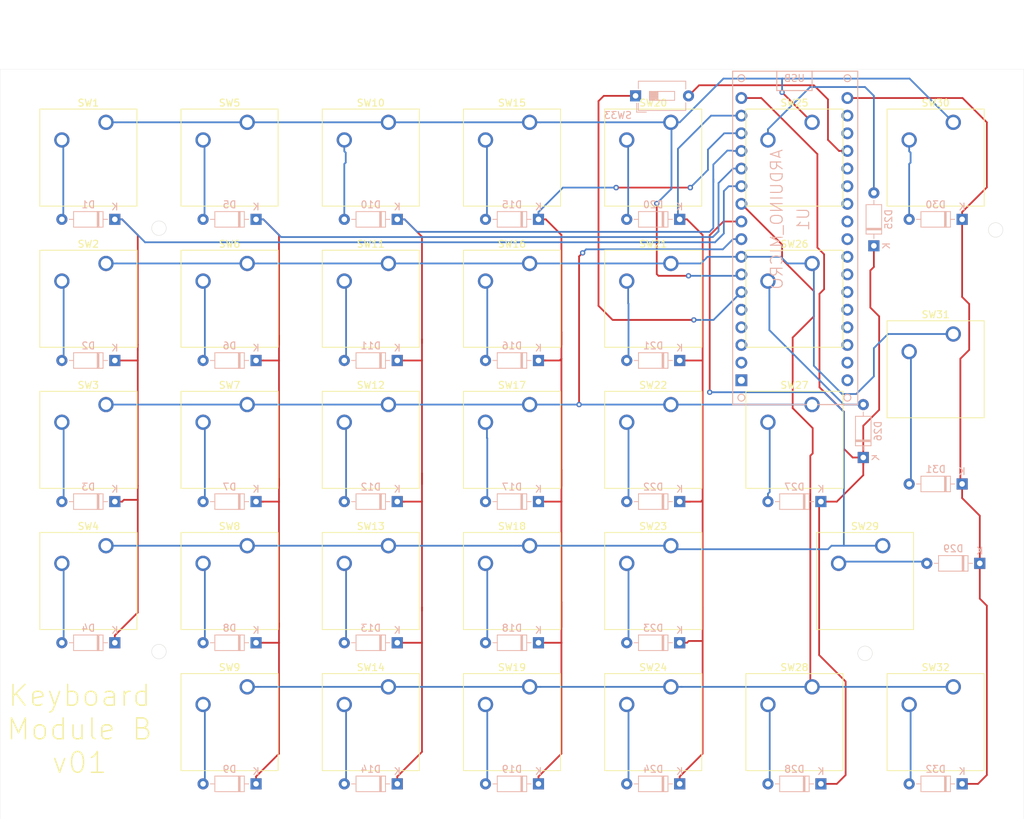
<source format=kicad_pcb>
(kicad_pcb (version 20171130) (host pcbnew "(5.1.0)-1")
  (title_block (title "Keyboard Module B") (date 2019-04-05) (rev v01) (comment 3 "License: GNU GPLv3") (comment 4 qwelyt))
  (layers (0 F.Cu signal) (31 B.Cu signal) (34 B.Paste user) (35 F.Paste user) (36 B.SilkS user) (37 F.SilkS user) (38 B.Mask user) (39 F.Mask user) (44 Edge.Cuts user))
  (net 0 "")
  (net 1 "Net-(D1-Pad1)")
  (net 2 "Net-(D1-Pad2)")
  (net 3 "Net-(D2-Pad2)")
  (net 4 "Net-(D3-Pad2)")
  (net 5 "Net-(D4-Pad2)")
  (net 6 "Net-(D5-Pad2)")
  (net 7 "Net-(D5-Pad1)")
  (net 8 "Net-(D6-Pad2)")
  (net 9 "Net-(D7-Pad2)")
  (net 10 "Net-(D8-Pad2)")
  (net 11 "Net-(D9-Pad2)")
  (net 12 "Net-(D10-Pad2)")
  (net 13 "Net-(D10-Pad1)")
  (net 14 "Net-(D11-Pad2)")
  (net 15 "Net-(D12-Pad2)")
  (net 16 "Net-(D13-Pad2)")
  (net 17 "Net-(D14-Pad2)")
  (net 18 "Net-(D15-Pad1)")
  (net 19 "Net-(D15-Pad2)")
  (net 20 "Net-(D16-Pad2)")
  (net 21 "Net-(D17-Pad2)")
  (net 22 "Net-(D18-Pad2)")
  (net 23 "Net-(D19-Pad2)")
  (net 24 "Net-(D20-Pad2)")
  (net 25 "Net-(D20-Pad1)")
  (net 26 "Net-(D21-Pad2)")
  (net 27 "Net-(D22-Pad2)")
  (net 28 "Net-(D23-Pad2)")
  (net 29 "Net-(D24-Pad2)")
  (net 30 "Net-(D25-Pad1)")
  (net 31 "Net-(D25-Pad2)")
  (net 32 "Net-(D26-Pad2)")
  (net 33 "Net-(D27-Pad2)")
  (net 34 "Net-(D28-Pad2)")
  (net 35 "Net-(D29-Pad2)")
  (net 36 "Net-(D29-Pad1)")
  (net 37 "Net-(D30-Pad2)")
  (net 38 "Net-(D31-Pad2)")
  (net 39 "Net-(D32-Pad2)")
  (net 40 "Net-(SW1-Pad1)")
  (net 41 "Net-(SW11-Pad1)")
  (net 42 "Net-(SW12-Pad1)")
  (net 43 "Net-(SW13-Pad1)")
  (net 44 "Net-(SW14-Pad1)")
  (net 45 "Net-(SW33-Pad2)")
  (net 46 "Net-(SW33-Pad1)")
  (net 47 "Net-(U1-PadSCK)")
  (net 48 "Net-(U1-PadMI)")
  (net 49 "Net-(U1-PadVI)")
  (net 50 "Net-(U1-PadRST)")
  (net 51 "Net-(U1-Pad5V)")
  (net 52 "Net-(U1-PadNC)")
  (net 53 "Net-(U1-PadA5)")
  (net 54 "Net-(U1-PadA4)")
  (net 55 "Net-(U1-PadA3)")
  (net 56 "Net-(U1-PadA2)")
  (net 57 "Net-(U1-PadA1)")
  (net 58 "Net-(U1-PadAREF)")
  (net 59 "Net-(U1-Pad3.3V)")
  (net 60 "Net-(U1-PadMO)")
  (net 61 "Net-(U1-PadSS)")
  (net 62 "Net-(U1-PadTX)")
  (net 63 "Net-(U1-PadRX)")
  (module Buttons_Switches_Keyboard:SW_Cherry_MX1A_1.00u_PCB (layer F.Cu) (at 54.61 72.39)
    (fp_text reference SW7 (at -2.54 -2.794) (layer F.SilkS))
    (fp_text value SW_Push)
    (pad 1 thru_hole circle (at 0 0) (size 2.2 2.2) (drill 1.5) (layers *.Cu *.Mask) (net 42 "Net-(SW12-Pad1)"))
    (pad 2 thru_hole circle (at -6.35 2.54) (size 2.2 2.2) (drill 1.5) (layers *.Cu *.Mask) (net 9 "Net-(D7-Pad2)"))
    (pad "" np_thru_hole circle (at -2.54 5.08) (size 4 4) (drill 4) (layers *.Cu *.Mask))
    (pad "" np_thru_hole circle (at -7.62 5.08) (size 1.7 1.7) (drill 1.7) (layers *.Cu *.Mask))
    (pad "" np_thru_hole circle (at 2.54 5.08) (size 1.7 1.7) (drill 1.7) (layers *.Cu *.Mask))
  )
  (module Button_Switch_THT:SW_DIP_SPSTx01_Slide_6.7x4.1mm_W7.62mm_P2.54mm_LowProfile (layer B.Cu) (at 110.49 27.94)
    (fp_text reference SW33 (at -2.54 2.794) (layer B.SilkS) (effects (justify mirror)))
    (fp_text value SW_Push)
    (pad 2 thru_hole oval (at 7.62 0) (size 1.6 1.6) (drill 0.8) (layers *.Cu *.Mask) (net 45 "Net-(SW33-Pad2)"))
    (pad 1 thru_hole rect (at 0 0) (size 1.6 1.6) (drill 0.8) (layers *.Cu *.Mask) (net 46 "Net-(SW33-Pad1)"))
  )
  (module Buttons_Switches_Keyboard:SW_Cherry_MX1A_1.00u_PCB (layer F.Cu) (at 156.21 113.03)
    (fp_text reference SW32 (at -2.54 -2.794) (layer F.SilkS))
    (fp_text value SW_Push)
    (pad "" np_thru_hole circle (at 2.54 5.08) (size 1.7 1.7) (drill 1.7) (layers *.Cu *.Mask))
    (pad "" np_thru_hole circle (at -7.62 5.08) (size 1.7 1.7) (drill 1.7) (layers *.Cu *.Mask))
    (pad "" np_thru_hole circle (at -2.54 5.08) (size 4 4) (drill 4) (layers *.Cu *.Mask))
    (pad 2 thru_hole circle (at -6.35 2.54) (size 2.2 2.2) (drill 1.5) (layers *.Cu *.Mask) (net 39 "Net-(D32-Pad2)"))
    (pad 1 thru_hole circle (at 0 0) (size 2.2 2.2) (drill 1.5) (layers *.Cu *.Mask) (net 44 "Net-(SW14-Pad1)"))
  )
  (module Diode_THT:D_DO-35_SOD27_P7.62mm_Horizontal (layer B.Cu) (at 35.56 45.72 180)
    (fp_text reference D1 (at 3.81 2.12 180) (layer B.SilkS) (effects (justify mirror)))
    (fp_text value 1N4149)
    (fp_text user K (at 0 1.8 180) (layer B.SilkS) (effects (justify mirror)))
    (pad 1 thru_hole rect (at 0 0 180) (size 1.6 1.6) (drill 0.8) (layers *.Cu *.Mask) (net 1 "Net-(D1-Pad1)"))
    (pad 2 thru_hole oval (at 7.62 0 180) (size 1.6 1.6) (drill 0.8) (layers *.Cu *.Mask) (net 2 "Net-(D1-Pad2)"))
  )
  (module Diode_THT:D_DO-35_SOD27_P7.62mm_Horizontal (layer B.Cu) (at 35.56 66.04 180)
    (fp_text reference D2 (at 3.81 2.12 180) (layer B.SilkS) (effects (justify mirror)))
    (fp_text value 1N4149)
    (fp_text user K (at 0 1.8 180) (layer B.SilkS) (effects (justify mirror)))
    (pad 2 thru_hole oval (at 7.62 0 180) (size 1.6 1.6) (drill 0.8) (layers *.Cu *.Mask) (net 3 "Net-(D2-Pad2)"))
    (pad 1 thru_hole rect (at 0 0 180) (size 1.6 1.6) (drill 0.8) (layers *.Cu *.Mask) (net 1 "Net-(D1-Pad1)"))
  )
  (module Diode_THT:D_DO-35_SOD27_P7.62mm_Horizontal (layer B.Cu) (at 35.56 86.36 180)
    (fp_text reference D3 (at 3.81 2.12 180) (layer B.SilkS) (effects (justify mirror)))
    (fp_text value 1N4149)
    (fp_text user K (at 0 1.8 180) (layer B.SilkS) (effects (justify mirror)))
    (pad 1 thru_hole rect (at 0 0 180) (size 1.6 1.6) (drill 0.8) (layers *.Cu *.Mask) (net 1 "Net-(D1-Pad1)"))
    (pad 2 thru_hole oval (at 7.62 0 180) (size 1.6 1.6) (drill 0.8) (layers *.Cu *.Mask) (net 4 "Net-(D3-Pad2)"))
  )
  (module Diode_THT:D_DO-35_SOD27_P7.62mm_Horizontal (layer B.Cu) (at 35.56 106.68 180)
    (fp_text reference D4 (at 3.81 2.12 180) (layer B.SilkS) (effects (justify mirror)))
    (fp_text value 1N4149)
    (fp_text user K (at 0 1.8 180) (layer B.SilkS) (effects (justify mirror)))
    (pad 1 thru_hole rect (at 0 0 180) (size 1.6 1.6) (drill 0.8) (layers *.Cu *.Mask) (net 1 "Net-(D1-Pad1)"))
    (pad 2 thru_hole oval (at 7.62 0 180) (size 1.6 1.6) (drill 0.8) (layers *.Cu *.Mask) (net 5 "Net-(D4-Pad2)"))
  )
  (module Diode_THT:D_DO-35_SOD27_P7.62mm_Horizontal (layer B.Cu) (at 55.88 45.72 180)
    (fp_text reference D5 (at 3.81 2.12 180) (layer B.SilkS) (effects (justify mirror)))
    (fp_text value 1N4149)
    (fp_text user K (at 0 1.8 180) (layer B.SilkS) (effects (justify mirror)))
    (pad 2 thru_hole oval (at 7.62 0 180) (size 1.6 1.6) (drill 0.8) (layers *.Cu *.Mask) (net 6 "Net-(D5-Pad2)"))
    (pad 1 thru_hole rect (at 0 0 180) (size 1.6 1.6) (drill 0.8) (layers *.Cu *.Mask) (net 7 "Net-(D5-Pad1)"))
  )
  (module Diode_THT:D_DO-35_SOD27_P7.62mm_Horizontal (layer B.Cu) (at 55.88 66.04 180)
    (fp_text reference D6 (at 3.81 2.12 180) (layer B.SilkS) (effects (justify mirror)))
    (fp_text value 1N4149)
    (fp_text user K (at 0 1.8 180) (layer B.SilkS) (effects (justify mirror)))
    (pad 1 thru_hole rect (at 0 0 180) (size 1.6 1.6) (drill 0.8) (layers *.Cu *.Mask) (net 7 "Net-(D5-Pad1)"))
    (pad 2 thru_hole oval (at 7.62 0 180) (size 1.6 1.6) (drill 0.8) (layers *.Cu *.Mask) (net 8 "Net-(D6-Pad2)"))
  )
  (module Diode_THT:D_DO-35_SOD27_P7.62mm_Horizontal (layer B.Cu) (at 55.88 86.36 180)
    (fp_text reference D7 (at 3.81 2.12 180) (layer B.SilkS) (effects (justify mirror)))
    (fp_text value 1N4149)
    (fp_text user K (at 0 1.8 180) (layer B.SilkS) (effects (justify mirror)))
    (pad 2 thru_hole oval (at 7.62 0 180) (size 1.6 1.6) (drill 0.8) (layers *.Cu *.Mask) (net 9 "Net-(D7-Pad2)"))
    (pad 1 thru_hole rect (at 0 0 180) (size 1.6 1.6) (drill 0.8) (layers *.Cu *.Mask) (net 7 "Net-(D5-Pad1)"))
  )
  (module Diode_THT:D_DO-35_SOD27_P7.62mm_Horizontal (layer B.Cu) (at 55.88 106.68 180)
    (fp_text reference D8 (at 3.81 2.12 180) (layer B.SilkS) (effects (justify mirror)))
    (fp_text value 1N4149)
    (fp_text user K (at 0 1.8 180) (layer B.SilkS) (effects (justify mirror)))
    (pad 1 thru_hole rect (at 0 0 180) (size 1.6 1.6) (drill 0.8) (layers *.Cu *.Mask) (net 7 "Net-(D5-Pad1)"))
    (pad 2 thru_hole oval (at 7.62 0 180) (size 1.6 1.6) (drill 0.8) (layers *.Cu *.Mask) (net 10 "Net-(D8-Pad2)"))
  )
  (module Diode_THT:D_DO-35_SOD27_P7.62mm_Horizontal (layer B.Cu) (at 55.88 127 180)
    (fp_text reference D9 (at 3.81 2.12 180) (layer B.SilkS) (effects (justify mirror)))
    (fp_text value 1N4149)
    (fp_text user K (at 0 1.8 180) (layer B.SilkS) (effects (justify mirror)))
    (pad 2 thru_hole oval (at 7.62 0 180) (size 1.6 1.6) (drill 0.8) (layers *.Cu *.Mask) (net 11 "Net-(D9-Pad2)"))
    (pad 1 thru_hole rect (at 0 0 180) (size 1.6 1.6) (drill 0.8) (layers *.Cu *.Mask) (net 7 "Net-(D5-Pad1)"))
  )
  (module Diode_THT:D_DO-35_SOD27_P7.62mm_Horizontal (layer B.Cu) (at 76.2 45.72 180)
    (fp_text reference D10 (at 3.81 2.12 180) (layer B.SilkS) (effects (justify mirror)))
    (fp_text value 1N4149)
    (fp_text user K (at 0 1.8 180) (layer B.SilkS) (effects (justify mirror)))
    (pad 2 thru_hole oval (at 7.62 0 180) (size 1.6 1.6) (drill 0.8) (layers *.Cu *.Mask) (net 12 "Net-(D10-Pad2)"))
    (pad 1 thru_hole rect (at 0 0 180) (size 1.6 1.6) (drill 0.8) (layers *.Cu *.Mask) (net 13 "Net-(D10-Pad1)"))
  )
  (module Diode_THT:D_DO-35_SOD27_P7.62mm_Horizontal (layer B.Cu) (at 76.2 66.04 180)
    (fp_text reference D11 (at 3.81 2.12 180) (layer B.SilkS) (effects (justify mirror)))
    (fp_text value 1N4149)
    (fp_text user K (at 0 1.8 180) (layer B.SilkS) (effects (justify mirror)))
    (pad 1 thru_hole rect (at 0 0 180) (size 1.6 1.6) (drill 0.8) (layers *.Cu *.Mask) (net 13 "Net-(D10-Pad1)"))
    (pad 2 thru_hole oval (at 7.62 0 180) (size 1.6 1.6) (drill 0.8) (layers *.Cu *.Mask) (net 14 "Net-(D11-Pad2)"))
  )
  (module Diode_THT:D_DO-35_SOD27_P7.62mm_Horizontal (layer B.Cu) (at 76.2 86.36 180)
    (fp_text reference D12 (at 3.81 2.12 180) (layer B.SilkS) (effects (justify mirror)))
    (fp_text value 1N4149)
    (fp_text user K (at 0 1.8 180) (layer B.SilkS) (effects (justify mirror)))
    (pad 2 thru_hole oval (at 7.62 0 180) (size 1.6 1.6) (drill 0.8) (layers *.Cu *.Mask) (net 15 "Net-(D12-Pad2)"))
    (pad 1 thru_hole rect (at 0 0 180) (size 1.6 1.6) (drill 0.8) (layers *.Cu *.Mask) (net 13 "Net-(D10-Pad1)"))
  )
  (module Diode_THT:D_DO-35_SOD27_P7.62mm_Horizontal (layer B.Cu) (at 76.2 106.68 180)
    (fp_text reference D13 (at 3.81 2.12 180) (layer B.SilkS) (effects (justify mirror)))
    (fp_text value 1N4149)
    (fp_text user K (at 0 1.8 180) (layer B.SilkS) (effects (justify mirror)))
    (pad 2 thru_hole oval (at 7.62 0 180) (size 1.6 1.6) (drill 0.8) (layers *.Cu *.Mask) (net 16 "Net-(D13-Pad2)"))
    (pad 1 thru_hole rect (at 0 0 180) (size 1.6 1.6) (drill 0.8) (layers *.Cu *.Mask) (net 13 "Net-(D10-Pad1)"))
  )
  (module Diode_THT:D_DO-35_SOD27_P7.62mm_Horizontal (layer B.Cu) (at 76.2 127 180)
    (fp_text reference D14 (at 3.81 2.12 180) (layer B.SilkS) (effects (justify mirror)))
    (fp_text value 1N4149)
    (fp_text user K (at 0 1.8 180) (layer B.SilkS) (effects (justify mirror)))
    (pad 1 thru_hole rect (at 0 0 180) (size 1.6 1.6) (drill 0.8) (layers *.Cu *.Mask) (net 13 "Net-(D10-Pad1)"))
    (pad 2 thru_hole oval (at 7.62 0 180) (size 1.6 1.6) (drill 0.8) (layers *.Cu *.Mask) (net 17 "Net-(D14-Pad2)"))
  )
  (module Diode_THT:D_DO-35_SOD27_P7.62mm_Horizontal (layer B.Cu) (at 96.52 45.72 180)
    (fp_text reference D15 (at 3.81 2.12 180) (layer B.SilkS) (effects (justify mirror)))
    (fp_text value 1N4149)
    (fp_text user K (at 0 1.8 180) (layer B.SilkS) (effects (justify mirror)))
    (pad 1 thru_hole rect (at 0 0 180) (size 1.6 1.6) (drill 0.8) (layers *.Cu *.Mask) (net 18 "Net-(D15-Pad1)"))
    (pad 2 thru_hole oval (at 7.62 0 180) (size 1.6 1.6) (drill 0.8) (layers *.Cu *.Mask) (net 19 "Net-(D15-Pad2)"))
  )
  (module Diode_THT:D_DO-35_SOD27_P7.62mm_Horizontal (layer B.Cu) (at 96.52 66.04 180)
    (fp_text reference D16 (at 3.81 2.12 180) (layer B.SilkS) (effects (justify mirror)))
    (fp_text value 1N4149)
    (fp_text user K (at 0 1.8 180) (layer B.SilkS) (effects (justify mirror)))
    (pad 1 thru_hole rect (at 0 0 180) (size 1.6 1.6) (drill 0.8) (layers *.Cu *.Mask) (net 18 "Net-(D15-Pad1)"))
    (pad 2 thru_hole oval (at 7.62 0 180) (size 1.6 1.6) (drill 0.8) (layers *.Cu *.Mask) (net 20 "Net-(D16-Pad2)"))
  )
  (module Diode_THT:D_DO-35_SOD27_P7.62mm_Horizontal (layer B.Cu) (at 96.52 86.36 180)
    (fp_text reference D17 (at 3.81 2.12 180) (layer B.SilkS) (effects (justify mirror)))
    (fp_text value 1N4149)
    (fp_text user K (at 0 1.8 180) (layer B.SilkS) (effects (justify mirror)))
    (pad 2 thru_hole oval (at 7.62 0 180) (size 1.6 1.6) (drill 0.8) (layers *.Cu *.Mask) (net 21 "Net-(D17-Pad2)"))
    (pad 1 thru_hole rect (at 0 0 180) (size 1.6 1.6) (drill 0.8) (layers *.Cu *.Mask) (net 18 "Net-(D15-Pad1)"))
  )
  (module Diode_THT:D_DO-35_SOD27_P7.62mm_Horizontal (layer B.Cu) (at 96.52 106.68 180)
    (fp_text reference D18 (at 3.81 2.12 180) (layer B.SilkS) (effects (justify mirror)))
    (fp_text value 1N4149)
    (fp_text user K (at 0 1.8 180) (layer B.SilkS) (effects (justify mirror)))
    (pad 1 thru_hole rect (at 0 0 180) (size 1.6 1.6) (drill 0.8) (layers *.Cu *.Mask) (net 18 "Net-(D15-Pad1)"))
    (pad 2 thru_hole oval (at 7.62 0 180) (size 1.6 1.6) (drill 0.8) (layers *.Cu *.Mask) (net 22 "Net-(D18-Pad2)"))
  )
  (module Diode_THT:D_DO-35_SOD27_P7.62mm_Horizontal (layer B.Cu) (at 96.52 127 180)
    (fp_text reference D19 (at 3.81 2.12 180) (layer B.SilkS) (effects (justify mirror)))
    (fp_text value 1N4149)
    (fp_text user K (at 0 1.8 180) (layer B.SilkS) (effects (justify mirror)))
    (pad 2 thru_hole oval (at 7.62 0 180) (size 1.6 1.6) (drill 0.8) (layers *.Cu *.Mask) (net 23 "Net-(D19-Pad2)"))
    (pad 1 thru_hole rect (at 0 0 180) (size 1.6 1.6) (drill 0.8) (layers *.Cu *.Mask) (net 18 "Net-(D15-Pad1)"))
  )
  (module Diode_THT:D_DO-35_SOD27_P7.62mm_Horizontal (layer B.Cu) (at 116.84 45.72 180)
    (fp_text reference D20 (at 3.81 2.12 180) (layer B.SilkS) (effects (justify mirror)))
    (fp_text value 1N4149)
    (fp_text user K (at 0 1.8 180) (layer B.SilkS) (effects (justify mirror)))
    (pad 2 thru_hole oval (at 7.62 0 180) (size 1.6 1.6) (drill 0.8) (layers *.Cu *.Mask) (net 24 "Net-(D20-Pad2)"))
    (pad 1 thru_hole rect (at 0 0 180) (size 1.6 1.6) (drill 0.8) (layers *.Cu *.Mask) (net 25 "Net-(D20-Pad1)"))
  )
  (module Diode_THT:D_DO-35_SOD27_P7.62mm_Horizontal (layer B.Cu) (at 116.84 66.04 180)
    (fp_text reference D21 (at 3.81 2.12 180) (layer B.SilkS) (effects (justify mirror)))
    (fp_text value 1N4149)
    (fp_text user K (at 0 1.8 180) (layer B.SilkS) (effects (justify mirror)))
    (pad 2 thru_hole oval (at 7.62 0 180) (size 1.6 1.6) (drill 0.8) (layers *.Cu *.Mask) (net 26 "Net-(D21-Pad2)"))
    (pad 1 thru_hole rect (at 0 0 180) (size 1.6 1.6) (drill 0.8) (layers *.Cu *.Mask) (net 25 "Net-(D20-Pad1)"))
  )
  (module Diode_THT:D_DO-35_SOD27_P7.62mm_Horizontal (layer B.Cu) (at 116.84 86.36 180)
    (fp_text reference D22 (at 3.81 2.12 180) (layer B.SilkS) (effects (justify mirror)))
    (fp_text value 1N4149)
    (fp_text user K (at 0 1.8 180) (layer B.SilkS) (effects (justify mirror)))
    (pad 1 thru_hole rect (at 0 0 180) (size 1.6 1.6) (drill 0.8) (layers *.Cu *.Mask) (net 25 "Net-(D20-Pad1)"))
    (pad 2 thru_hole oval (at 7.62 0 180) (size 1.6 1.6) (drill 0.8) (layers *.Cu *.Mask) (net 27 "Net-(D22-Pad2)"))
  )
  (module Diode_THT:D_DO-35_SOD27_P7.62mm_Horizontal (layer B.Cu) (at 116.84 106.68 180)
    (fp_text reference D23 (at 3.81 2.12 180) (layer B.SilkS) (effects (justify mirror)))
    (fp_text value 1N4149)
    (fp_text user K (at 0 1.8 180) (layer B.SilkS) (effects (justify mirror)))
    (pad 2 thru_hole oval (at 7.62 0 180) (size 1.6 1.6) (drill 0.8) (layers *.Cu *.Mask) (net 28 "Net-(D23-Pad2)"))
    (pad 1 thru_hole rect (at 0 0 180) (size 1.6 1.6) (drill 0.8) (layers *.Cu *.Mask) (net 25 "Net-(D20-Pad1)"))
  )
  (module Diode_THT:D_DO-35_SOD27_P7.62mm_Horizontal (layer B.Cu) (at 116.84 127 180)
    (fp_text reference D24 (at 3.81 2.12 180) (layer B.SilkS) (effects (justify mirror)))
    (fp_text value 1N4149)
    (fp_text user K (at 0 1.8 180) (layer B.SilkS) (effects (justify mirror)))
    (pad 1 thru_hole rect (at 0 0 180) (size 1.6 1.6) (drill 0.8) (layers *.Cu *.Mask) (net 25 "Net-(D20-Pad1)"))
    (pad 2 thru_hole oval (at 7.62 0 180) (size 1.6 1.6) (drill 0.8) (layers *.Cu *.Mask) (net 29 "Net-(D24-Pad2)"))
  )
  (module Diode_THT:D_DO-35_SOD27_P7.62mm_Horizontal (layer B.Cu) (at 144.78 49.53 90)
    (fp_text reference D25 (at 3.81 2.12 90) (layer B.SilkS) (effects (justify mirror)))
    (fp_text value 1N4149)
    (fp_text user K (at 0 1.8 90) (layer B.SilkS) (effects (justify mirror)))
    (pad 1 thru_hole rect (at 0 0 90) (size 1.6 1.6) (drill 0.8) (layers *.Cu *.Mask) (net 30 "Net-(D25-Pad1)"))
    (pad 2 thru_hole oval (at 7.62 0 90) (size 1.6 1.6) (drill 0.8) (layers *.Cu *.Mask) (net 31 "Net-(D25-Pad2)"))
  )
  (module Diode_THT:D_DO-35_SOD27_P7.62mm_Horizontal (layer B.Cu) (at 143.256 80.01 90)
    (fp_text reference D26 (at 3.81 2.12 90) (layer B.SilkS) (effects (justify mirror)))
    (fp_text value 1N4149)
    (fp_text user K (at 0 1.8 90) (layer B.SilkS) (effects (justify mirror)))
    (pad 2 thru_hole oval (at 7.62 0 90) (size 1.6 1.6) (drill 0.8) (layers *.Cu *.Mask) (net 32 "Net-(D26-Pad2)"))
    (pad 1 thru_hole rect (at 0 0 90) (size 1.6 1.6) (drill 0.8) (layers *.Cu *.Mask) (net 30 "Net-(D25-Pad1)"))
  )
  (module Diode_THT:D_DO-35_SOD27_P7.62mm_Horizontal (layer B.Cu) (at 137.16 86.36 180)
    (fp_text reference D27 (at 3.81 2.12 180) (layer B.SilkS) (effects (justify mirror)))
    (fp_text value 1N4149)
    (fp_text user K (at 0 1.8 180) (layer B.SilkS) (effects (justify mirror)))
    (pad 1 thru_hole rect (at 0 0 180) (size 1.6 1.6) (drill 0.8) (layers *.Cu *.Mask) (net 30 "Net-(D25-Pad1)"))
    (pad 2 thru_hole oval (at 7.62 0 180) (size 1.6 1.6) (drill 0.8) (layers *.Cu *.Mask) (net 33 "Net-(D27-Pad2)"))
  )
  (module Diode_THT:D_DO-35_SOD27_P7.62mm_Horizontal (layer B.Cu) (at 137.16 127 180)
    (fp_text reference D28 (at 3.81 2.12 180) (layer B.SilkS) (effects (justify mirror)))
    (fp_text value 1N4149)
    (fp_text user K (at 0 1.8 180) (layer B.SilkS) (effects (justify mirror)))
    (pad 2 thru_hole oval (at 7.62 0 180) (size 1.6 1.6) (drill 0.8) (layers *.Cu *.Mask) (net 34 "Net-(D28-Pad2)"))
    (pad 1 thru_hole rect (at 0 0 180) (size 1.6 1.6) (drill 0.8) (layers *.Cu *.Mask) (net 30 "Net-(D25-Pad1)"))
  )
  (module Diode_THT:D_DO-35_SOD27_P7.62mm_Horizontal (layer B.Cu) (at 160.02 95.25 180)
    (fp_text reference D29 (at 3.81 2.12 180) (layer B.SilkS) (effects (justify mirror)))
    (fp_text value 1N4149)
    (fp_text user K (at 0 1.8 180) (layer B.SilkS) (effects (justify mirror)))
    (pad 2 thru_hole oval (at 7.62 0 180) (size 1.6 1.6) (drill 0.8) (layers *.Cu *.Mask) (net 35 "Net-(D29-Pad2)"))
    (pad 1 thru_hole rect (at 0 0 180) (size 1.6 1.6) (drill 0.8) (layers *.Cu *.Mask) (net 36 "Net-(D29-Pad1)"))
  )
  (module Diode_THT:D_DO-35_SOD27_P7.62mm_Horizontal (layer B.Cu) (at 157.48 45.72 180)
    (fp_text reference D30 (at 3.81 2.12 180) (layer B.SilkS) (effects (justify mirror)))
    (fp_text value 1N4149)
    (fp_text user K (at 0 1.8 180) (layer B.SilkS) (effects (justify mirror)))
    (pad 1 thru_hole rect (at 0 0 180) (size 1.6 1.6) (drill 0.8) (layers *.Cu *.Mask) (net 36 "Net-(D29-Pad1)"))
    (pad 2 thru_hole oval (at 7.62 0 180) (size 1.6 1.6) (drill 0.8) (layers *.Cu *.Mask) (net 37 "Net-(D30-Pad2)"))
  )
  (module Diode_THT:D_DO-35_SOD27_P7.62mm_Horizontal (layer B.Cu) (at 157.48 83.82 180)
    (fp_text reference D31 (at 3.81 2.12 180) (layer B.SilkS) (effects (justify mirror)))
    (fp_text value 1N4149)
    (fp_text user K (at 0 1.8 180) (layer B.SilkS) (effects (justify mirror)))
    (pad 2 thru_hole oval (at 7.62 0 180) (size 1.6 1.6) (drill 0.8) (layers *.Cu *.Mask) (net 38 "Net-(D31-Pad2)"))
    (pad 1 thru_hole rect (at 0 0 180) (size 1.6 1.6) (drill 0.8) (layers *.Cu *.Mask) (net 36 "Net-(D29-Pad1)"))
  )
  (module Diode_THT:D_DO-35_SOD27_P7.62mm_Horizontal (layer B.Cu) (at 157.48 127 180)
    (fp_text reference D32 (at 3.81 2.12 180) (layer B.SilkS) (effects (justify mirror)))
    (fp_text value 1N4149)
    (fp_text user K (at 0 1.8 180) (layer B.SilkS) (effects (justify mirror)))
    (pad 1 thru_hole rect (at 0 0 180) (size 1.6 1.6) (drill 0.8) (layers *.Cu *.Mask) (net 36 "Net-(D29-Pad1)"))
    (pad 2 thru_hole oval (at 7.62 0 180) (size 1.6 1.6) (drill 0.8) (layers *.Cu *.Mask) (net 39 "Net-(D32-Pad2)"))
  )
  (module Buttons_Switches_Keyboard:SW_Cherry_MX1A_1.00u_PCB (layer F.Cu) (at 34.29 31.75)
    (fp_text reference SW1 (at -2.54 -2.794) (layer F.SilkS))
    (fp_text value SW_Push)
    (pad "" np_thru_hole circle (at 2.54 5.08) (size 1.7 1.7) (drill 1.7) (layers *.Cu *.Mask))
    (pad "" np_thru_hole circle (at -7.62 5.08) (size 1.7 1.7) (drill 1.7) (layers *.Cu *.Mask))
    (pad "" np_thru_hole circle (at -2.54 5.08) (size 4 4) (drill 4) (layers *.Cu *.Mask))
    (pad 2 thru_hole circle (at -6.35 2.54) (size 2.2 2.2) (drill 1.5) (layers *.Cu *.Mask) (net 2 "Net-(D1-Pad2)"))
    (pad 1 thru_hole circle (at 0 0) (size 2.2 2.2) (drill 1.5) (layers *.Cu *.Mask) (net 40 "Net-(SW1-Pad1)"))
  )
  (module Buttons_Switches_Keyboard:SW_Cherry_MX1A_1.00u_PCB (layer F.Cu) (at 34.29 52.07)
    (fp_text reference SW2 (at -2.54 -2.794) (layer F.SilkS))
    (fp_text value SW_Push)
    (pad 1 thru_hole circle (at 0 0) (size 2.2 2.2) (drill 1.5) (layers *.Cu *.Mask) (net 41 "Net-(SW11-Pad1)"))
    (pad 2 thru_hole circle (at -6.35 2.54) (size 2.2 2.2) (drill 1.5) (layers *.Cu *.Mask) (net 3 "Net-(D2-Pad2)"))
    (pad "" np_thru_hole circle (at -2.54 5.08) (size 4 4) (drill 4) (layers *.Cu *.Mask))
    (pad "" np_thru_hole circle (at -7.62 5.08) (size 1.7 1.7) (drill 1.7) (layers *.Cu *.Mask))
    (pad "" np_thru_hole circle (at 2.54 5.08) (size 1.7 1.7) (drill 1.7) (layers *.Cu *.Mask))
  )
  (module Buttons_Switches_Keyboard:SW_Cherry_MX1A_1.00u_PCB (layer F.Cu) (at 34.29 72.39)
    (fp_text reference SW3 (at -2.54 -2.794) (layer F.SilkS))
    (fp_text value SW_Push)
    (pad 1 thru_hole circle (at 0 0) (size 2.2 2.2) (drill 1.5) (layers *.Cu *.Mask) (net 42 "Net-(SW12-Pad1)"))
    (pad 2 thru_hole circle (at -6.35 2.54) (size 2.2 2.2) (drill 1.5) (layers *.Cu *.Mask) (net 4 "Net-(D3-Pad2)"))
    (pad "" np_thru_hole circle (at -2.54 5.08) (size 4 4) (drill 4) (layers *.Cu *.Mask))
    (pad "" np_thru_hole circle (at -7.62 5.08) (size 1.7 1.7) (drill 1.7) (layers *.Cu *.Mask))
    (pad "" np_thru_hole circle (at 2.54 5.08) (size 1.7 1.7) (drill 1.7) (layers *.Cu *.Mask))
  )
  (module Buttons_Switches_Keyboard:SW_Cherry_MX1A_1.00u_PCB (layer F.Cu) (at 34.29 92.71)
    (fp_text reference SW4 (at -2.54 -2.794) (layer F.SilkS))
    (fp_text value SW_Push)
    (pad 1 thru_hole circle (at 0 0) (size 2.2 2.2) (drill 1.5) (layers *.Cu *.Mask) (net 43 "Net-(SW13-Pad1)"))
    (pad 2 thru_hole circle (at -6.35 2.54) (size 2.2 2.2) (drill 1.5) (layers *.Cu *.Mask) (net 5 "Net-(D4-Pad2)"))
    (pad "" np_thru_hole circle (at -2.54 5.08) (size 4 4) (drill 4) (layers *.Cu *.Mask))
    (pad "" np_thru_hole circle (at -7.62 5.08) (size 1.7 1.7) (drill 1.7) (layers *.Cu *.Mask))
    (pad "" np_thru_hole circle (at 2.54 5.08) (size 1.7 1.7) (drill 1.7) (layers *.Cu *.Mask))
  )
  (module Buttons_Switches_Keyboard:SW_Cherry_MX1A_1.00u_PCB (layer F.Cu) (at 54.61 31.75)
    (fp_text reference SW5 (at -2.54 -2.794) (layer F.SilkS))
    (fp_text value SW_Push)
    (pad 1 thru_hole circle (at 0 0) (size 2.2 2.2) (drill 1.5) (layers *.Cu *.Mask) (net 40 "Net-(SW1-Pad1)"))
    (pad 2 thru_hole circle (at -6.35 2.54) (size 2.2 2.2) (drill 1.5) (layers *.Cu *.Mask) (net 6 "Net-(D5-Pad2)"))
    (pad "" np_thru_hole circle (at -2.54 5.08) (size 4 4) (drill 4) (layers *.Cu *.Mask))
    (pad "" np_thru_hole circle (at -7.62 5.08) (size 1.7 1.7) (drill 1.7) (layers *.Cu *.Mask))
    (pad "" np_thru_hole circle (at 2.54 5.08) (size 1.7 1.7) (drill 1.7) (layers *.Cu *.Mask))
  )
  (module Buttons_Switches_Keyboard:SW_Cherry_MX1A_1.00u_PCB (layer F.Cu) (at 54.61 52.07)
    (fp_text reference SW6 (at -2.54 -2.794) (layer F.SilkS))
    (fp_text value SW_Push)
    (pad "" np_thru_hole circle (at 2.54 5.08) (size 1.7 1.7) (drill 1.7) (layers *.Cu *.Mask))
    (pad "" np_thru_hole circle (at -7.62 5.08) (size 1.7 1.7) (drill 1.7) (layers *.Cu *.Mask))
    (pad "" np_thru_hole circle (at -2.54 5.08) (size 4 4) (drill 4) (layers *.Cu *.Mask))
    (pad 2 thru_hole circle (at -6.35 2.54) (size 2.2 2.2) (drill 1.5) (layers *.Cu *.Mask) (net 8 "Net-(D6-Pad2)"))
    (pad 1 thru_hole circle (at 0 0) (size 2.2 2.2) (drill 1.5) (layers *.Cu *.Mask) (net 41 "Net-(SW11-Pad1)"))
  )
  (module Buttons_Switches_Keyboard:SW_Cherry_MX1A_1.00u_PCB (layer F.Cu) (at 54.61 92.71)
    (fp_text reference SW8 (at -2.54 -2.794) (layer F.SilkS))
    (fp_text value SW_Push)
    (pad "" np_thru_hole circle (at 2.54 5.08) (size 1.7 1.7) (drill 1.7) (layers *.Cu *.Mask))
    (pad "" np_thru_hole circle (at -7.62 5.08) (size 1.7 1.7) (drill 1.7) (layers *.Cu *.Mask))
    (pad "" np_thru_hole circle (at -2.54 5.08) (size 4 4) (drill 4) (layers *.Cu *.Mask))
    (pad 2 thru_hole circle (at -6.35 2.54) (size 2.2 2.2) (drill 1.5) (layers *.Cu *.Mask) (net 10 "Net-(D8-Pad2)"))
    (pad 1 thru_hole circle (at 0 0) (size 2.2 2.2) (drill 1.5) (layers *.Cu *.Mask) (net 43 "Net-(SW13-Pad1)"))
  )
  (module Buttons_Switches_Keyboard:SW_Cherry_MX1A_1.00u_PCB (layer F.Cu) (at 54.61 113.03)
    (fp_text reference SW9 (at -2.54 -2.794) (layer F.SilkS))
    (fp_text value SW_Push)
    (pad "" np_thru_hole circle (at 2.54 5.08) (size 1.7 1.7) (drill 1.7) (layers *.Cu *.Mask))
    (pad "" np_thru_hole circle (at -7.62 5.08) (size 1.7 1.7) (drill 1.7) (layers *.Cu *.Mask))
    (pad "" np_thru_hole circle (at -2.54 5.08) (size 4 4) (drill 4) (layers *.Cu *.Mask))
    (pad 2 thru_hole circle (at -6.35 2.54) (size 2.2 2.2) (drill 1.5) (layers *.Cu *.Mask) (net 11 "Net-(D9-Pad2)"))
    (pad 1 thru_hole circle (at 0 0) (size 2.2 2.2) (drill 1.5) (layers *.Cu *.Mask) (net 44 "Net-(SW14-Pad1)"))
  )
  (module Buttons_Switches_Keyboard:SW_Cherry_MX1A_1.00u_PCB (layer F.Cu) (at 74.93 31.75)
    (fp_text reference SW10 (at -2.54 -2.794) (layer F.SilkS))
    (fp_text value SW_Push)
    (pad "" np_thru_hole circle (at 2.54 5.08) (size 1.7 1.7) (drill 1.7) (layers *.Cu *.Mask))
    (pad "" np_thru_hole circle (at -7.62 5.08) (size 1.7 1.7) (drill 1.7) (layers *.Cu *.Mask))
    (pad "" np_thru_hole circle (at -2.54 5.08) (size 4 4) (drill 4) (layers *.Cu *.Mask))
    (pad 2 thru_hole circle (at -6.35 2.54) (size 2.2 2.2) (drill 1.5) (layers *.Cu *.Mask) (net 12 "Net-(D10-Pad2)"))
    (pad 1 thru_hole circle (at 0 0) (size 2.2 2.2) (drill 1.5) (layers *.Cu *.Mask) (net 40 "Net-(SW1-Pad1)"))
  )
  (module Buttons_Switches_Keyboard:SW_Cherry_MX1A_1.00u_PCB (layer F.Cu) (at 74.93 52.07)
    (fp_text reference SW11 (at -2.54 -2.794) (layer F.SilkS))
    (fp_text value SW_Push)
    (pad "" np_thru_hole circle (at 2.54 5.08) (size 1.7 1.7) (drill 1.7) (layers *.Cu *.Mask))
    (pad "" np_thru_hole circle (at -7.62 5.08) (size 1.7 1.7) (drill 1.7) (layers *.Cu *.Mask))
    (pad "" np_thru_hole circle (at -2.54 5.08) (size 4 4) (drill 4) (layers *.Cu *.Mask))
    (pad 2 thru_hole circle (at -6.35 2.54) (size 2.2 2.2) (drill 1.5) (layers *.Cu *.Mask) (net 14 "Net-(D11-Pad2)"))
    (pad 1 thru_hole circle (at 0 0) (size 2.2 2.2) (drill 1.5) (layers *.Cu *.Mask) (net 41 "Net-(SW11-Pad1)"))
  )
  (module Buttons_Switches_Keyboard:SW_Cherry_MX1A_1.00u_PCB (layer F.Cu) (at 74.93 72.39)
    (fp_text reference SW12 (at -2.54 -2.794) (layer F.SilkS))
    (fp_text value SW_Push)
    (pad "" np_thru_hole circle (at 2.54 5.08) (size 1.7 1.7) (drill 1.7) (layers *.Cu *.Mask))
    (pad "" np_thru_hole circle (at -7.62 5.08) (size 1.7 1.7) (drill 1.7) (layers *.Cu *.Mask))
    (pad "" np_thru_hole circle (at -2.54 5.08) (size 4 4) (drill 4) (layers *.Cu *.Mask))
    (pad 2 thru_hole circle (at -6.35 2.54) (size 2.2 2.2) (drill 1.5) (layers *.Cu *.Mask) (net 15 "Net-(D12-Pad2)"))
    (pad 1 thru_hole circle (at 0 0) (size 2.2 2.2) (drill 1.5) (layers *.Cu *.Mask) (net 42 "Net-(SW12-Pad1)"))
  )
  (module Buttons_Switches_Keyboard:SW_Cherry_MX1A_1.00u_PCB (layer F.Cu) (at 74.93 92.71)
    (fp_text reference SW13 (at -2.54 -2.794) (layer F.SilkS))
    (fp_text value SW_Push)
    (pad 1 thru_hole circle (at 0 0) (size 2.2 2.2) (drill 1.5) (layers *.Cu *.Mask) (net 43 "Net-(SW13-Pad1)"))
    (pad 2 thru_hole circle (at -6.35 2.54) (size 2.2 2.2) (drill 1.5) (layers *.Cu *.Mask) (net 16 "Net-(D13-Pad2)"))
    (pad "" np_thru_hole circle (at -2.54 5.08) (size 4 4) (drill 4) (layers *.Cu *.Mask))
    (pad "" np_thru_hole circle (at -7.62 5.08) (size 1.7 1.7) (drill 1.7) (layers *.Cu *.Mask))
    (pad "" np_thru_hole circle (at 2.54 5.08) (size 1.7 1.7) (drill 1.7) (layers *.Cu *.Mask))
  )
  (module Buttons_Switches_Keyboard:SW_Cherry_MX1A_1.00u_PCB (layer F.Cu) (at 74.93 113.03)
    (fp_text reference SW14 (at -2.54 -2.794) (layer F.SilkS))
    (fp_text value SW_Push)
    (pad "" np_thru_hole circle (at 2.54 5.08) (size 1.7 1.7) (drill 1.7) (layers *.Cu *.Mask))
    (pad "" np_thru_hole circle (at -7.62 5.08) (size 1.7 1.7) (drill 1.7) (layers *.Cu *.Mask))
    (pad "" np_thru_hole circle (at -2.54 5.08) (size 4 4) (drill 4) (layers *.Cu *.Mask))
    (pad 2 thru_hole circle (at -6.35 2.54) (size 2.2 2.2) (drill 1.5) (layers *.Cu *.Mask) (net 17 "Net-(D14-Pad2)"))
    (pad 1 thru_hole circle (at 0 0) (size 2.2 2.2) (drill 1.5) (layers *.Cu *.Mask) (net 44 "Net-(SW14-Pad1)"))
  )
  (module Buttons_Switches_Keyboard:SW_Cherry_MX1A_1.00u_PCB (layer F.Cu) (at 95.25 31.75)
    (fp_text reference SW15 (at -2.54 -2.794) (layer F.SilkS))
    (fp_text value SW_Push)
    (pad "" np_thru_hole circle (at 2.54 5.08) (size 1.7 1.7) (drill 1.7) (layers *.Cu *.Mask))
    (pad "" np_thru_hole circle (at -7.62 5.08) (size 1.7 1.7) (drill 1.7) (layers *.Cu *.Mask))
    (pad "" np_thru_hole circle (at -2.54 5.08) (size 4 4) (drill 4) (layers *.Cu *.Mask))
    (pad 2 thru_hole circle (at -6.35 2.54) (size 2.2 2.2) (drill 1.5) (layers *.Cu *.Mask) (net 19 "Net-(D15-Pad2)"))
    (pad 1 thru_hole circle (at 0 0) (size 2.2 2.2) (drill 1.5) (layers *.Cu *.Mask) (net 40 "Net-(SW1-Pad1)"))
  )
  (module Buttons_Switches_Keyboard:SW_Cherry_MX1A_1.00u_PCB (layer F.Cu) (at 95.25 52.07)
    (fp_text reference SW16 (at -2.54 -2.794) (layer F.SilkS))
    (fp_text value SW_Push)
    (pad 1 thru_hole circle (at 0 0) (size 2.2 2.2) (drill 1.5) (layers *.Cu *.Mask) (net 41 "Net-(SW11-Pad1)"))
    (pad 2 thru_hole circle (at -6.35 2.54) (size 2.2 2.2) (drill 1.5) (layers *.Cu *.Mask) (net 20 "Net-(D16-Pad2)"))
    (pad "" np_thru_hole circle (at -2.54 5.08) (size 4 4) (drill 4) (layers *.Cu *.Mask))
    (pad "" np_thru_hole circle (at -7.62 5.08) (size 1.7 1.7) (drill 1.7) (layers *.Cu *.Mask))
    (pad "" np_thru_hole circle (at 2.54 5.08) (size 1.7 1.7) (drill 1.7) (layers *.Cu *.Mask))
  )
  (module Buttons_Switches_Keyboard:SW_Cherry_MX1A_1.00u_PCB (layer F.Cu) (at 95.25 72.39)
    (fp_text reference SW17 (at -2.54 -2.794) (layer F.SilkS))
    (fp_text value SW_Push)
    (pad 1 thru_hole circle (at 0 0) (size 2.2 2.2) (drill 1.5) (layers *.Cu *.Mask) (net 42 "Net-(SW12-Pad1)"))
    (pad 2 thru_hole circle (at -6.35 2.54) (size 2.2 2.2) (drill 1.5) (layers *.Cu *.Mask) (net 21 "Net-(D17-Pad2)"))
    (pad "" np_thru_hole circle (at -2.54 5.08) (size 4 4) (drill 4) (layers *.Cu *.Mask))
    (pad "" np_thru_hole circle (at -7.62 5.08) (size 1.7 1.7) (drill 1.7) (layers *.Cu *.Mask))
    (pad "" np_thru_hole circle (at 2.54 5.08) (size 1.7 1.7) (drill 1.7) (layers *.Cu *.Mask))
  )
  (module Buttons_Switches_Keyboard:SW_Cherry_MX1A_1.00u_PCB (layer F.Cu) (at 95.25 92.71)
    (fp_text reference SW18 (at -2.54 -2.794) (layer F.SilkS))
    (fp_text value SW_Push)
    (pad 1 thru_hole circle (at 0 0) (size 2.2 2.2) (drill 1.5) (layers *.Cu *.Mask) (net 43 "Net-(SW13-Pad1)"))
    (pad 2 thru_hole circle (at -6.35 2.54) (size 2.2 2.2) (drill 1.5) (layers *.Cu *.Mask) (net 22 "Net-(D18-Pad2)"))
    (pad "" np_thru_hole circle (at -2.54 5.08) (size 4 4) (drill 4) (layers *.Cu *.Mask))
    (pad "" np_thru_hole circle (at -7.62 5.08) (size 1.7 1.7) (drill 1.7) (layers *.Cu *.Mask))
    (pad "" np_thru_hole circle (at 2.54 5.08) (size 1.7 1.7) (drill 1.7) (layers *.Cu *.Mask))
  )
  (module Buttons_Switches_Keyboard:SW_Cherry_MX1A_1.00u_PCB (layer F.Cu) (at 95.25 113.03)
    (fp_text reference SW19 (at -2.54 -2.794) (layer F.SilkS))
    (fp_text value SW_Push)
    (pad 1 thru_hole circle (at 0 0) (size 2.2 2.2) (drill 1.5) (layers *.Cu *.Mask) (net 44 "Net-(SW14-Pad1)"))
    (pad 2 thru_hole circle (at -6.35 2.54) (size 2.2 2.2) (drill 1.5) (layers *.Cu *.Mask) (net 23 "Net-(D19-Pad2)"))
    (pad "" np_thru_hole circle (at -2.54 5.08) (size 4 4) (drill 4) (layers *.Cu *.Mask))
    (pad "" np_thru_hole circle (at -7.62 5.08) (size 1.7 1.7) (drill 1.7) (layers *.Cu *.Mask))
    (pad "" np_thru_hole circle (at 2.54 5.08) (size 1.7 1.7) (drill 1.7) (layers *.Cu *.Mask))
  )
  (module Buttons_Switches_Keyboard:SW_Cherry_MX1A_1.00u_PCB (layer F.Cu) (at 115.57 31.75)
    (fp_text reference SW20 (at -2.54 -2.794) (layer F.SilkS))
    (fp_text value SW_Push)
    (pad "" np_thru_hole circle (at 2.54 5.08) (size 1.7 1.7) (drill 1.7) (layers *.Cu *.Mask))
    (pad "" np_thru_hole circle (at -7.62 5.08) (size 1.7 1.7) (drill 1.7) (layers *.Cu *.Mask))
    (pad "" np_thru_hole circle (at -2.54 5.08) (size 4 4) (drill 4) (layers *.Cu *.Mask))
    (pad 2 thru_hole circle (at -6.35 2.54) (size 2.2 2.2) (drill 1.5) (layers *.Cu *.Mask) (net 24 "Net-(D20-Pad2)"))
    (pad 1 thru_hole circle (at 0 0) (size 2.2 2.2) (drill 1.5) (layers *.Cu *.Mask) (net 40 "Net-(SW1-Pad1)"))
  )
  (module Buttons_Switches_Keyboard:SW_Cherry_MX1A_1.00u_PCB (layer F.Cu) (at 115.57 52.07)
    (fp_text reference SW21 (at -2.54 -2.794) (layer F.SilkS))
    (fp_text value SW_Push)
    (pad 1 thru_hole circle (at 0 0) (size 2.2 2.2) (drill 1.5) (layers *.Cu *.Mask) (net 41 "Net-(SW11-Pad1)"))
    (pad 2 thru_hole circle (at -6.35 2.54) (size 2.2 2.2) (drill 1.5) (layers *.Cu *.Mask) (net 26 "Net-(D21-Pad2)"))
    (pad "" np_thru_hole circle (at -2.54 5.08) (size 4 4) (drill 4) (layers *.Cu *.Mask))
    (pad "" np_thru_hole circle (at -7.62 5.08) (size 1.7 1.7) (drill 1.7) (layers *.Cu *.Mask))
    (pad "" np_thru_hole circle (at 2.54 5.08) (size 1.7 1.7) (drill 1.7) (layers *.Cu *.Mask))
  )
  (module Buttons_Switches_Keyboard:SW_Cherry_MX1A_1.00u_PCB (layer F.Cu) (at 115.57 72.39)
    (fp_text reference SW22 (at -2.54 -2.794) (layer F.SilkS))
    (fp_text value SW_Push)
    (pad 1 thru_hole circle (at 0 0) (size 2.2 2.2) (drill 1.5) (layers *.Cu *.Mask) (net 42 "Net-(SW12-Pad1)"))
    (pad 2 thru_hole circle (at -6.35 2.54) (size 2.2 2.2) (drill 1.5) (layers *.Cu *.Mask) (net 27 "Net-(D22-Pad2)"))
    (pad "" np_thru_hole circle (at -2.54 5.08) (size 4 4) (drill 4) (layers *.Cu *.Mask))
    (pad "" np_thru_hole circle (at -7.62 5.08) (size 1.7 1.7) (drill 1.7) (layers *.Cu *.Mask))
    (pad "" np_thru_hole circle (at 2.54 5.08) (size 1.7 1.7) (drill 1.7) (layers *.Cu *.Mask))
  )
  (module Buttons_Switches_Keyboard:SW_Cherry_MX1A_1.00u_PCB (layer F.Cu) (at 115.57 92.71)
    (fp_text reference SW23 (at -2.54 -2.794) (layer F.SilkS))
    (fp_text value SW_Push)
    (pad 1 thru_hole circle (at 0 0) (size 2.2 2.2) (drill 1.5) (layers *.Cu *.Mask) (net 43 "Net-(SW13-Pad1)"))
    (pad 2 thru_hole circle (at -6.35 2.54) (size 2.2 2.2) (drill 1.5) (layers *.Cu *.Mask) (net 28 "Net-(D23-Pad2)"))
    (pad "" np_thru_hole circle (at -2.54 5.08) (size 4 4) (drill 4) (layers *.Cu *.Mask))
    (pad "" np_thru_hole circle (at -7.62 5.08) (size 1.7 1.7) (drill 1.7) (layers *.Cu *.Mask))
    (pad "" np_thru_hole circle (at 2.54 5.08) (size 1.7 1.7) (drill 1.7) (layers *.Cu *.Mask))
  )
  (module Buttons_Switches_Keyboard:SW_Cherry_MX1A_1.00u_PCB (layer F.Cu) (at 115.57 113.03)
    (fp_text reference SW24 (at -2.54 -2.794) (layer F.SilkS))
    (fp_text value SW_Push)
    (pad "" np_thru_hole circle (at 2.54 5.08) (size 1.7 1.7) (drill 1.7) (layers *.Cu *.Mask))
    (pad "" np_thru_hole circle (at -7.62 5.08) (size 1.7 1.7) (drill 1.7) (layers *.Cu *.Mask))
    (pad "" np_thru_hole circle (at -2.54 5.08) (size 4 4) (drill 4) (layers *.Cu *.Mask))
    (pad 2 thru_hole circle (at -6.35 2.54) (size 2.2 2.2) (drill 1.5) (layers *.Cu *.Mask) (net 29 "Net-(D24-Pad2)"))
    (pad 1 thru_hole circle (at 0 0) (size 2.2 2.2) (drill 1.5) (layers *.Cu *.Mask) (net 44 "Net-(SW14-Pad1)"))
  )
  (module Buttons_Switches_Keyboard:SW_Cherry_MX1A_1.00u_PCB (layer F.Cu) (at 135.89 31.75)
    (fp_text reference SW25 (at -2.54 -2.794) (layer F.SilkS))
    (fp_text value SW_Push)
    (pad 1 thru_hole circle (at 0 0) (size 2.2 2.2) (drill 1.5) (layers *.Cu *.Mask) (net 40 "Net-(SW1-Pad1)"))
    (pad 2 thru_hole circle (at -6.35 2.54) (size 2.2 2.2) (drill 1.5) (layers *.Cu *.Mask) (net 31 "Net-(D25-Pad2)"))
    (pad "" np_thru_hole circle (at -2.54 5.08) (size 4 4) (drill 4) (layers *.Cu *.Mask))
    (pad "" np_thru_hole circle (at -7.62 5.08) (size 1.7 1.7) (drill 1.7) (layers *.Cu *.Mask))
    (pad "" np_thru_hole circle (at 2.54 5.08) (size 1.7 1.7) (drill 1.7) (layers *.Cu *.Mask))
  )
  (module Buttons_Switches_Keyboard:SW_Cherry_MX1A_1.00u_PCB (layer F.Cu) (at 135.89 52.07)
    (fp_text reference SW26 (at -2.54 -2.794) (layer F.SilkS))
    (fp_text value SW_Push)
    (pad 1 thru_hole circle (at 0 0) (size 2.2 2.2) (drill 1.5) (layers *.Cu *.Mask) (net 41 "Net-(SW11-Pad1)"))
    (pad 2 thru_hole circle (at -6.35 2.54) (size 2.2 2.2) (drill 1.5) (layers *.Cu *.Mask) (net 32 "Net-(D26-Pad2)"))
    (pad "" np_thru_hole circle (at -2.54 5.08) (size 4 4) (drill 4) (layers *.Cu *.Mask))
    (pad "" np_thru_hole circle (at -7.62 5.08) (size 1.7 1.7) (drill 1.7) (layers *.Cu *.Mask))
    (pad "" np_thru_hole circle (at 2.54 5.08) (size 1.7 1.7) (drill 1.7) (layers *.Cu *.Mask))
  )
  (module Buttons_Switches_Keyboard:SW_Cherry_MX1A_1.00u_PCB (layer F.Cu) (at 135.89 72.39)
    (fp_text reference SW27 (at -2.54 -2.794) (layer F.SilkS))
    (fp_text value SW_Push)
    (pad 1 thru_hole circle (at 0 0) (size 2.2 2.2) (drill 1.5) (layers *.Cu *.Mask) (net 42 "Net-(SW12-Pad1)"))
    (pad 2 thru_hole circle (at -6.35 2.54) (size 2.2 2.2) (drill 1.5) (layers *.Cu *.Mask) (net 33 "Net-(D27-Pad2)"))
    (pad "" np_thru_hole circle (at -2.54 5.08) (size 4 4) (drill 4) (layers *.Cu *.Mask))
    (pad "" np_thru_hole circle (at -7.62 5.08) (size 1.7 1.7) (drill 1.7) (layers *.Cu *.Mask))
    (pad "" np_thru_hole circle (at 2.54 5.08) (size 1.7 1.7) (drill 1.7) (layers *.Cu *.Mask))
  )
  (module Buttons_Switches_Keyboard:SW_Cherry_MX1A_1.00u_PCB (layer F.Cu) (at 135.89 113.03)
    (fp_text reference SW28 (at -2.54 -2.794) (layer F.SilkS))
    (fp_text value SW_Push)
    (pad "" np_thru_hole circle (at 2.54 5.08) (size 1.7 1.7) (drill 1.7) (layers *.Cu *.Mask))
    (pad "" np_thru_hole circle (at -7.62 5.08) (size 1.7 1.7) (drill 1.7) (layers *.Cu *.Mask))
    (pad "" np_thru_hole circle (at -2.54 5.08) (size 4 4) (drill 4) (layers *.Cu *.Mask))
    (pad 2 thru_hole circle (at -6.35 2.54) (size 2.2 2.2) (drill 1.5) (layers *.Cu *.Mask) (net 34 "Net-(D28-Pad2)"))
    (pad 1 thru_hole circle (at 0 0) (size 2.2 2.2) (drill 1.5) (layers *.Cu *.Mask) (net 44 "Net-(SW14-Pad1)"))
  )
  (module Buttons_Switches_Keyboard:SW_Cherry_MX1A_2.00u_PCB (layer F.Cu) (at 146.05 92.71)
    (fp_text reference SW29 (at -2.54 -2.794) (layer F.SilkS))
    (fp_text value SW_Push)
    (pad 1 thru_hole circle (at 0 0) (size 2.2 2.2) (drill 1.5) (layers *.Cu *.Mask) (net 43 "Net-(SW13-Pad1)"))
    (pad 2 thru_hole circle (at -6.35 2.54) (size 2.2 2.2) (drill 1.5) (layers *.Cu *.Mask) (net 35 "Net-(D29-Pad2)"))
    (pad "" np_thru_hole circle (at -2.54 5.08) (size 4 4) (drill 4) (layers *.Cu *.Mask))
    (pad "" np_thru_hole circle (at -7.62 5.08) (size 1.7 1.7) (drill 1.7) (layers *.Cu *.Mask))
    (pad "" np_thru_hole circle (at 2.54 5.08) (size 1.7 1.7) (drill 1.7) (layers *.Cu *.Mask))
    (pad "" np_thru_hole circle (at 9.36 13.32) (size 4 4) (drill 4) (layers *.Cu *.Mask))
    (pad "" np_thru_hole circle (at -14.44 13.32) (size 4 4) (drill 4) (layers *.Cu *.Mask))
    (pad "" np_thru_hole circle (at -14.44 -1.92) (size 3.05 3.05) (drill 3.05) (layers *.Cu *.Mask))
    (pad "" np_thru_hole circle (at 9.36 -1.92) (size 3.05 3.05) (drill 3.05) (layers *.Cu *.Mask))
  )
  (module Buttons_Switches_Keyboard:SW_Cherry_MX1A_1.00u_PCB (layer F.Cu) (at 156.21 31.75)
    (fp_text reference SW30 (at -2.54 -2.794) (layer F.SilkS))
    (fp_text value SW_Push)
    (pad "" np_thru_hole circle (at 2.54 5.08) (size 1.7 1.7) (drill 1.7) (layers *.Cu *.Mask))
    (pad "" np_thru_hole circle (at -7.62 5.08) (size 1.7 1.7) (drill 1.7) (layers *.Cu *.Mask))
    (pad "" np_thru_hole circle (at -2.54 5.08) (size 4 4) (drill 4) (layers *.Cu *.Mask))
    (pad 2 thru_hole circle (at -6.35 2.54) (size 2.2 2.2) (drill 1.5) (layers *.Cu *.Mask) (net 37 "Net-(D30-Pad2)"))
    (pad 1 thru_hole circle (at 0 0) (size 2.2 2.2) (drill 1.5) (layers *.Cu *.Mask) (net 40 "Net-(SW1-Pad1)"))
  )
  (module Buttons_Switches_Keyboard:SW_Cherry_MX1A_2.00u_Vertical_PCB (layer F.Cu) (at 156.21 62.23)
    (fp_text reference SW31 (at -2.54 -2.794) (layer F.SilkS))
    (fp_text value SW_Push)
    (pad 1 thru_hole circle (at 0 0) (size 2.2 2.2) (drill 1.5) (layers *.Cu *.Mask) (net 41 "Net-(SW11-Pad1)"))
    (pad 2 thru_hole circle (at -6.35 2.54) (size 2.2 2.2) (drill 1.5) (layers *.Cu *.Mask) (net 38 "Net-(D31-Pad2)"))
    (pad "" np_thru_hole circle (at -2.54 5.08) (size 4 4) (drill 4) (layers *.Cu *.Mask))
    (pad "" np_thru_hole circle (at -7.62 5.08) (size 1.7 1.7) (drill 1.7) (layers *.Cu *.Mask))
    (pad "" np_thru_hole circle (at 2.54 5.08) (size 1.7 1.7) (drill 1.7) (layers *.Cu *.Mask))
    (pad "" np_thru_hole circle (at 5.7 -6.82) (size 4 4) (drill 4) (layers *.Cu *.Mask))
    (pad "" np_thru_hole circle (at 5.7 16.98) (size 4 4) (drill 4) (layers *.Cu *.Mask))
    (pad "" np_thru_hole circle (at -9.54 16.98) (size 3.05 3.05) (drill 3.05) (layers *.Cu *.Mask))
    (pad "" np_thru_hole circle (at -9.54 -6.82) (size 3.05 3.05) (drill 3.05) (layers *.Cu *.Mask))
  )
  (module arduino_micro_shield:ARDUINO_MICRO_SHIELD (layer B.Cu) (at 124.46 72.39 90)
    (fp_text reference U1 (at 26.67 10.16 90) (layer B.SilkS) (effects (font (size 1.7 1.7)) (justify mirror)))
    (fp_text value ARDUINO_MICRO (at 26.67 6.35 90) (layer B.SilkS) (effects (font (size 1.7 1.7)) (justify mirror)))
    (fp_text user USB (at 46.99 8.89) (layer B.SilkS) (effects (justify mirror)))
    (pad SCK thru_hole circle (at 3.5 16.51 90) (size 1.7 1.7) (drill 1) (layers *.Cu *.Mask) (net 47 "Net-(U1-PadSCK)"))
    (pad MI thru_hole circle (at 6.04 16.51 90) (size 1.7 1.7) (drill 1) (layers *.Cu *.Mask) (net 48 "Net-(U1-PadMI)"))
    (pad VI thru_hole circle (at 8.58 16.51 90) (size 1.7 1.7) (drill 1) (layers *.Cu *.Mask) (net 49 "Net-(U1-PadVI)"))
    (pad GND thru_hole circle (at 11.12 16.51 90) (size 1.7 1.7) (drill 1) (layers *.Cu *.Mask) (net 46 "Net-(SW33-Pad1)"))
    (pad RST thru_hole circle (at 13.66 16.51 90) (size 1.7 1.7) (drill 1) (layers *.Cu *.Mask) (net 50 "Net-(U1-PadRST)"))
    (pad 5V thru_hole circle (at 16.2 16.51 90) (size 1.7 1.7) (drill 1) (layers *.Cu *.Mask) (net 51 "Net-(U1-Pad5V)"))
    (pad NC thru_hole circle (at 18.74 16.51 90) (size 1.7 1.7) (drill 1) (layers *.Cu *.Mask) (net 52 "Net-(U1-PadNC)"))
    (pad NC thru_hole circle (at 21.28 16.51 90) (size 1.7 1.7) (drill 1) (layers *.Cu *.Mask) (net 52 "Net-(U1-PadNC)"))
    (pad A5 thru_hole circle (at 23.82 16.51 90) (size 1.7 1.7) (drill 1) (layers *.Cu *.Mask) (net 53 "Net-(U1-PadA5)"))
    (pad A4 thru_hole circle (at 26.36 16.51 90) (size 1.7 1.7) (drill 1) (layers *.Cu *.Mask) (net 54 "Net-(U1-PadA4)"))
    (pad A3 thru_hole circle (at 28.9 16.51 90) (size 1.7 1.7) (drill 1) (layers *.Cu *.Mask) (net 55 "Net-(U1-PadA3)"))
    (pad A2 thru_hole circle (at 31.44 16.51 90) (size 1.7 1.7) (drill 1) (layers *.Cu *.Mask) (net 56 "Net-(U1-PadA2)"))
    (pad A1 thru_hole circle (at 33.98 16.51 90) (size 1.7 1.7) (drill 1) (layers *.Cu *.Mask) (net 57 "Net-(U1-PadA1)"))
    (pad A0 thru_hole circle (at 36.52 16.51 90) (size 1.7 1.7) (drill 1) (layers *.Cu *.Mask) (net 45 "Net-(SW33-Pad2)"))
    (pad AREF thru_hole circle (at 39.06 16.51 90) (size 1.7 1.7) (drill 1) (layers *.Cu *.Mask) (net 58 "Net-(U1-PadAREF)"))
    (pad 3.3V thru_hole circle (at 41.6 16.51 90) (size 1.7 1.7) (drill 1) (layers *.Cu *.Mask) (net 59 "Net-(U1-Pad3.3V)"))
    (pad 13 thru_hole circle (at 44.14 16.51 90) (size 1.7 1.7) (drill 1) (layers *.Cu *.Mask) (net 36 "Net-(D29-Pad1)"))
    (pad MO thru_hole rect (at 3.5 1.254 90) (size 1.7 1.7) (drill 1) (layers *.Cu *.Mask) (net 60 "Net-(U1-PadMO)"))
    (pad SS thru_hole circle (at 6.04 1.254 90) (size 1.7 1.7) (drill 1) (layers *.Cu *.Mask) (net 61 "Net-(U1-PadSS)"))
    (pad TX thru_hole circle (at 8.58 1.254 90) (size 1.7 1.7) (drill 1) (layers *.Cu *.Mask) (net 62 "Net-(U1-PadTX)"))
    (pad RX thru_hole circle (at 11.12 1.254 90) (size 1.7 1.7) (drill 1) (layers *.Cu *.Mask) (net 63 "Net-(U1-PadRX)"))
    (pad RST thru_hole circle (at 13.66 1.254 90) (size 1.7 1.7) (drill 1) (layers *.Cu *.Mask) (net 50 "Net-(U1-PadRST)"))
    (pad GND thru_hole circle (at 16.2 1.254 90) (size 1.7 1.7) (drill 1) (layers *.Cu *.Mask) (net 46 "Net-(SW33-Pad1)"))
    (pad 2 thru_hole circle (at 18.74 1.254 90) (size 1.7 1.7) (drill 1) (layers *.Cu *.Mask) (net 40 "Net-(SW1-Pad1)"))
    (pad 3 thru_hole circle (at 21.28 1.254 90) (size 1.7 1.7) (drill 1) (layers *.Cu *.Mask) (net 41 "Net-(SW11-Pad1)"))
    (pad 4 thru_hole circle (at 23.82 1.254 90) (size 1.7 1.7) (drill 1) (layers *.Cu *.Mask) (net 42 "Net-(SW12-Pad1)"))
    (pad 5 thru_hole circle (at 26.36 1.254 90) (size 1.7 1.7) (drill 1) (layers *.Cu *.Mask) (net 43 "Net-(SW13-Pad1)"))
    (pad 6 thru_hole circle (at 28.9 1.254 90) (size 1.7 1.7) (drill 1) (layers *.Cu *.Mask) (net 44 "Net-(SW14-Pad1)"))
    (pad 7 thru_hole circle (at 31.44 1.254 90) (size 1.7 1.7) (drill 1) (layers *.Cu *.Mask) (net 1 "Net-(D1-Pad1)"))
    (pad 8 thru_hole circle (at 33.98 1.254 90) (size 1.7 1.7) (drill 1) (layers *.Cu *.Mask) (net 7 "Net-(D5-Pad1)"))
    (pad 9 thru_hole circle (at 36.52 1.254 90) (size 1.7 1.7) (drill 1) (layers *.Cu *.Mask) (net 13 "Net-(D10-Pad1)"))
    (pad 10 thru_hole circle (at 39.06 1.254 90) (size 1.7 1.7) (drill 1) (layers *.Cu *.Mask) (net 18 "Net-(D15-Pad1)"))
    (pad 11 thru_hole circle (at 41.6 1.254 90) (size 1.7 1.7) (drill 1) (layers *.Cu *.Mask) (net 25 "Net-(D20-Pad1)"))
    (pad 12 thru_hole circle (at 44.14 1.254 90) (size 1.7 1.7) (drill 1) (layers *.Cu *.Mask) (net 30 "Net-(D25-Pad1)"))
  )
  (gr_circle (center 41.91 107.95) (end 42.164 108.966) (layer Edge.Cuts) (width 0.05))
  (gr_circle (center 41.91 46.99) (end 42.164 48.006) (layer Edge.Cuts) (width 0.05))
  (gr_circle (center 162.306 47.244) (end 162.56 48.26) (layer Edge.Cuts) (width 0.05))
  (gr_circle (center 143.51 108.204) (end 143.764 109.22) (layer Edge.Cuts) (width 0.05))
  (gr_text "Keyboard\nModule B\nv01" (at 30.48 119.126) (layer F.SilkS) (effects (font (size 3 3) (thickness 0.2))))
  (gr_line (start 166.37 24.13) (end 19.05 24.13) (layer Edge.Cuts) (width 0.0254))
  (gr_line (start 19.05 132.08) (end 166.37 132.08) (layer Edge.Cuts) (width 0.0254))
  (gr_line (start 19.05 24.13) (end 19.05 132.08) (layer Edge.Cuts) (width 0.0254))
  (gr_line (start 166.37 24.13) (end 166.37 132.08) (layer Edge.Cuts) (width 0.0254))
  (segment (start 35.56 45.72) (end 36.614 45.72) (width 0.254) (layer F.Cu) (net 1))
  (segment (start 36.614 45.72) (end 38.862 47.968) (width 0.254) (layer F.Cu) (net 1))
  (segment (start 35.56 105.626) (end 35.56 106.68) (width 0.254) (layer F.Cu) (net 1))
  (segment (start 38.862 102.324) (end 35.56 105.626) (width 0.254) (layer F.Cu) (net 1))
  (segment (start 38.862 84.112) (end 38.862 84.074) (width 0.254) (layer F.Cu) (net 1))
  (segment (start 38.862 63.792) (end 38.862 63.754) (width 0.254) (layer F.Cu) (net 1))
  (segment (start 38.862 47.968) (end 38.862 63.754) (width 0.254) (layer F.Cu) (net 1))
  (segment (start 38.862 63.754) (end 38.862 64.516) (width 0.254) (layer F.Cu) (net 1))
  (segment (start 38.862 64.516) (end 38.862 66.04) (width 0.254) (layer F.Cu) (net 1))
  (segment (start 38.862 66.04) (end 38.862 84.074) (width 0.254) (layer F.Cu) (net 1))
  (segment (start 36.868 86.106) (end 38.862 86.106) (width 0.254) (layer F.Cu) (net 1))
  (segment (start 36.614 86.36) (end 36.868 86.106) (width 0.254) (layer F.Cu) (net 1))
  (segment (start 35.56 86.36) (end 36.614 86.36) (width 0.254) (layer F.Cu) (net 1))
  (segment (start 38.862 84.074) (end 38.862 86.106) (width 0.254) (layer F.Cu) (net 1))
  (segment (start 38.862 86.106) (end 38.862 102.324) (width 0.254) (layer F.Cu) (net 1))
  (segment (start 38.608 66.04) (end 38.862 66.04) (width 0.254) (layer F.Cu) (net 1))
  (segment (start 35.56 66.04) (end 38.608 66.04) (width 0.254) (layer F.Cu) (net 1))
  (segment (start 123.896 40.95) (end 125.714 40.95) (width 0.254) (layer B.Cu) (net 1))
  (segment (start 36.614 45.72) (end 39.916 49.022) (width 0.254) (layer B.Cu) (net 1))
  (segment (start 35.56 45.72) (end 36.614 45.72) (width 0.254) (layer B.Cu) (net 1))
  (segment (start 39.916 49.022) (end 121.92 49.022) (width 0.254) (layer B.Cu) (net 1))
  (segment (start 121.92 49.022) (end 123.19 47.752) (width 0.254) (layer B.Cu) (net 1))
  (segment (start 123.19 47.752) (end 123.19 41.656) (width 0.254) (layer B.Cu) (net 1))
  (segment (start 123.19 41.656) (end 123.896 40.95) (width 0.254) (layer B.Cu) (net 1))
  (segment (start 28.147001 45.512999) (end 27.94 45.72) (width 0.254) (layer B.Cu) (net 2))
  (segment (start 27.94 34.29) (end 28.147001 34.497001) (width 0.254) (layer B.Cu) (net 2))
  (segment (start 28.147001 34.497001) (end 28.147001 45.512999) (width 0.254) (layer B.Cu) (net 2))
  (segment (start 28.194 65.786) (end 27.94 66.04) (width 0.254) (layer B.Cu) (net 3))
  (segment (start 27.94 54.61) (end 28.194 54.864) (width 0.254) (layer B.Cu) (net 3))
  (segment (start 28.194 54.864) (end 28.194 65.786) (width 0.254) (layer B.Cu) (net 3))
  (segment (start 28.194 86.106) (end 27.94 86.36) (width 0.254) (layer B.Cu) (net 4))
  (segment (start 27.94 74.93) (end 28.194 75.184) (width 0.254) (layer B.Cu) (net 4))
  (segment (start 28.194 75.184) (end 28.194 86.106) (width 0.254) (layer B.Cu) (net 4))
  (segment (start 28.194 106.426) (end 27.94 106.68) (width 0.254) (layer B.Cu) (net 5))
  (segment (start 27.94 95.25) (end 28.194 95.504) (width 0.254) (layer B.Cu) (net 5))
  (segment (start 28.194 95.504) (end 28.194 106.426) (width 0.254) (layer B.Cu) (net 5))
  (segment (start 48.467001 34.497001) (end 48.26 34.29) (width 0.254) (layer B.Cu) (net 6))
  (segment (start 48.26 45.72) (end 48.467001 45.512999) (width 0.254) (layer B.Cu) (net 6))
  (segment (start 48.467001 45.512999) (end 48.467001 34.497001) (width 0.254) (layer B.Cu) (net 6))
  (segment (start 56.934 45.72) (end 59.182 47.968) (width 0.254) (layer F.Cu) (net 7))
  (segment (start 55.88 45.72) (end 56.934 45.72) (width 0.254) (layer F.Cu) (net 7))
  (segment (start 55.88 125.946) (end 55.88 127) (width 0.254) (layer F.Cu) (net 7))
  (segment (start 59.182 122.644) (end 55.88 125.946) (width 0.254) (layer F.Cu) (net 7))
  (segment (start 59.182 104.432) (end 59.182 103.886) (width 0.254) (layer F.Cu) (net 7))
  (segment (start 59.182 84.112) (end 59.182 83.058) (width 0.254) (layer F.Cu) (net 7))
  (segment (start 55.88 86.36) (end 56.934 86.36) (width 0.254) (layer F.Cu) (net 7))
  (segment (start 59.182 63.792) (end 59.182 62.484) (width 0.254) (layer F.Cu) (net 7))
  (segment (start 59.182 47.968) (end 59.182 62.484) (width 0.254) (layer F.Cu) (net 7))
  (segment (start 56.934 106.68) (end 59.182 106.68) (width 0.254) (layer F.Cu) (net 7))
  (segment (start 55.88 106.68) (end 56.934 106.68) (width 0.254) (layer F.Cu) (net 7))
  (segment (start 59.182 103.886) (end 59.182 106.68) (width 0.254) (layer F.Cu) (net 7))
  (segment (start 59.182 106.68) (end 59.182 122.644) (width 0.254) (layer F.Cu) (net 7))
  (segment (start 55.88 86.36) (end 59.182 86.36) (width 0.254) (layer F.Cu) (net 7))
  (segment (start 59.182 83.058) (end 59.182 86.36) (width 0.254) (layer F.Cu) (net 7))
  (segment (start 59.182 86.36) (end 59.182 103.886) (width 0.254) (layer F.Cu) (net 7))
  (segment (start 56.934 66.04) (end 59.182 66.04) (width 0.254) (layer F.Cu) (net 7))
  (segment (start 55.88 66.04) (end 56.934 66.04) (width 0.254) (layer F.Cu) (net 7))
  (segment (start 59.182 62.484) (end 59.182 66.04) (width 0.254) (layer F.Cu) (net 7))
  (segment (start 59.182 66.04) (end 59.182 83.058) (width 0.254) (layer F.Cu) (net 7))
  (segment (start 124.511919 38.41) (end 125.714 38.41) (width 0.25) (layer B.Cu) (net 7))
  (segment (start 122.428 40.493919) (end 124.511919 38.41) (width 0.25) (layer B.Cu) (net 7))
  (segment (start 121.608508 48.26999) (end 122.428 47.450498) (width 0.25) (layer B.Cu) (net 7))
  (segment (start 122.428 47.450498) (end 122.428 40.493919) (width 0.25) (layer B.Cu) (net 7))
  (segment (start 59.47999 48.26999) (end 59.68001 48.26999) (width 0.25) (layer B.Cu) (net 7))
  (segment (start 56.93 45.72) (end 59.47999 48.26999) (width 0.25) (layer B.Cu) (net 7))
  (segment (start 55.88 45.72) (end 56.93 45.72) (width 0.25) (layer B.Cu) (net 7))
  (segment (start 121.608508 48.26999) (end 59.68001 48.26999) (width 0.25) (layer B.Cu) (net 7))
  (segment (start 48.514 54.864) (end 48.26 54.61) (width 0.254) (layer B.Cu) (net 8))
  (segment (start 48.514 65.532) (end 48.514 54.864) (width 0.254) (layer B.Cu) (net 8))
  (segment (start 48.26 66.04) (end 48.26 65.786) (width 0.254) (layer B.Cu) (net 8))
  (segment (start 48.26 65.786) (end 48.514 65.532) (width 0.254) (layer B.Cu) (net 8))
  (segment (start 48.514 75.184) (end 48.26 74.93) (width 0.254) (layer B.Cu) (net 9))
  (segment (start 48.26 86.36) (end 48.514 86.106) (width 0.254) (layer B.Cu) (net 9))
  (segment (start 48.514 86.106) (end 48.514 75.184) (width 0.254) (layer B.Cu) (net 9))
  (segment (start 48.514 95.504) (end 48.26 95.25) (width 0.254) (layer B.Cu) (net 10))
  (segment (start 48.26 106.68) (end 48.514 106.426) (width 0.254) (layer B.Cu) (net 10))
  (segment (start 48.514 106.426) (end 48.514 95.504) (width 0.254) (layer B.Cu) (net 10))
  (segment (start 48.514 115.824) (end 48.26 115.57) (width 0.254) (layer B.Cu) (net 11))
  (segment (start 48.26 127) (end 48.514 126.746) (width 0.254) (layer B.Cu) (net 11))
  (segment (start 48.514 126.746) (end 48.514 115.824) (width 0.254) (layer B.Cu) (net 11))
  (segment (start 68.58 37.745962) (end 68.58 45.72) (width 0.254) (layer B.Cu) (net 12))
  (segment (start 68.787001 37.538961) (end 68.58 37.745962) (width 0.254) (layer B.Cu) (net 12))
  (segment (start 68.787001 36.121039) (end 68.787001 37.538961) (width 0.254) (layer B.Cu) (net 12))
  (segment (start 68.58 34.29) (end 68.58 35.914038) (width 0.254) (layer B.Cu) (net 12))
  (segment (start 68.58 35.914038) (end 68.787001 36.121039) (width 0.254) (layer B.Cu) (net 12))
  (segment (start 77.254 45.72) (end 79.756 48.222) (width 0.254) (layer F.Cu) (net 13))
  (segment (start 76.2 45.72) (end 77.254 45.72) (width 0.254) (layer F.Cu) (net 13))
  (segment (start 76.2 125.946) (end 76.2 127) (width 0.254) (layer F.Cu) (net 13))
  (segment (start 79.756 122.39) (end 76.2 125.946) (width 0.254) (layer F.Cu) (net 13))
  (segment (start 79.756 102.07) (end 79.756 101.6) (width 0.254) (layer F.Cu) (net 13))
  (segment (start 79.756 83.858) (end 79.756 82.296) (width 0.254) (layer F.Cu) (net 13))
  (segment (start 76.2 86.36) (end 77.254 86.36) (width 0.254) (layer F.Cu) (net 13))
  (segment (start 79.756 63.538) (end 79.756 62.992) (width 0.254) (layer F.Cu) (net 13))
  (segment (start 79.756 48.222) (end 79.756 62.992) (width 0.254) (layer F.Cu) (net 13))
  (segment (start 76.2 106.68) (end 79.756 106.68) (width 0.254) (layer F.Cu) (net 13))
  (segment (start 79.756 101.6) (end 79.756 106.68) (width 0.254) (layer F.Cu) (net 13))
  (segment (start 79.756 106.68) (end 79.756 122.39) (width 0.254) (layer F.Cu) (net 13))
  (segment (start 76.2 86.36) (end 79.756 86.36) (width 0.254) (layer F.Cu) (net 13))
  (segment (start 79.756 82.296) (end 79.756 86.36) (width 0.254) (layer F.Cu) (net 13))
  (segment (start 79.756 86.36) (end 79.756 101.6) (width 0.254) (layer F.Cu) (net 13))
  (segment (start 77.254 66.04) (end 79.756 66.04) (width 0.254) (layer F.Cu) (net 13))
  (segment (start 76.2 66.04) (end 77.254 66.04) (width 0.254) (layer F.Cu) (net 13))
  (segment (start 79.756 62.992) (end 79.756 66.04) (width 0.254) (layer F.Cu) (net 13))
  (segment (start 79.756 66.04) (end 79.756 82.296) (width 0.254) (layer F.Cu) (net 13))
  (segment (start 77.25 45.72) (end 79.04998 47.51998) (width 0.25) (layer B.Cu) (net 13))
  (segment (start 76.2 45.72) (end 77.25 45.72) (width 0.25) (layer B.Cu) (net 13))
  (segment (start 79.04998 47.51998) (end 121.158 47.51998) (width 0.25) (layer B.Cu) (net 13))
  (segment (start 121.158 47.498) (end 121.67799 46.97801) (width 0.25) (layer B.Cu) (net 13))
  (segment (start 121.158 47.51998) (end 121.158 47.498) (width 0.25) (layer B.Cu) (net 13))
  (segment (start 124.511919 35.87) (end 124.46 35.818081) (width 0.25) (layer B.Cu) (net 13))
  (segment (start 125.714 35.87) (end 124.511919 35.87) (width 0.25) (layer B.Cu) (net 13))
  (segment (start 124.46 35.818081) (end 123.693919 35.818081) (width 0.25) (layer B.Cu) (net 13))
  (segment (start 121.67799 37.83401) (end 121.67799 40.37401) (width 0.25) (layer B.Cu) (net 13))
  (segment (start 123.693919 35.818081) (end 121.67799 37.83401) (width 0.25) (layer B.Cu) (net 13))
  (segment (start 121.67799 46.97801) (end 121.67799 40.37401) (width 0.25) (layer B.Cu) (net 13))
  (segment (start 121.67799 40.37401) (end 121.67799 39.90601) (width 0.25) (layer B.Cu) (net 13))
  (segment (start 68.834 65.786) (end 68.58 66.04) (width 0.254) (layer B.Cu) (net 14))
  (segment (start 68.58 54.61) (end 68.834 54.864) (width 0.254) (layer B.Cu) (net 14))
  (segment (start 68.834 54.864) (end 68.834 65.786) (width 0.254) (layer B.Cu) (net 14))
  (segment (start 68.834 86.106) (end 68.58 86.36) (width 0.254) (layer B.Cu) (net 15))
  (segment (start 68.58 74.93) (end 68.834 75.184) (width 0.254) (layer B.Cu) (net 15))
  (segment (start 68.834 75.184) (end 68.834 86.106) (width 0.254) (layer B.Cu) (net 15))
  (segment (start 68.834 106.426) (end 68.58 106.68) (width 0.254) (layer B.Cu) (net 16))
  (segment (start 68.58 95.25) (end 68.834 95.504) (width 0.254) (layer B.Cu) (net 16))
  (segment (start 68.834 95.504) (end 68.834 106.426) (width 0.254) (layer B.Cu) (net 16))
  (segment (start 68.834 126.746) (end 68.58 127) (width 0.254) (layer B.Cu) (net 17))
  (segment (start 68.58 115.57) (end 68.834 115.824) (width 0.254) (layer B.Cu) (net 17))
  (segment (start 68.834 115.824) (end 68.834 126.746) (width 0.254) (layer B.Cu) (net 17))
  (segment (start 97.574 45.72) (end 99.822 47.968) (width 0.254) (layer F.Cu) (net 18))
  (segment (start 96.52 45.72) (end 97.574 45.72) (width 0.254) (layer F.Cu) (net 18))
  (segment (start 96.52 125.946) (end 96.52 127) (width 0.254) (layer F.Cu) (net 18))
  (segment (start 99.822 122.644) (end 96.52 125.946) (width 0.254) (layer F.Cu) (net 18))
  (segment (start 99.822 104.432) (end 99.822 100.838) (width 0.254) (layer F.Cu) (net 18))
  (segment (start 96.52 106.68) (end 97.574 106.68) (width 0.254) (layer F.Cu) (net 18))
  (segment (start 99.822 84.112) (end 99.822 81.788) (width 0.254) (layer F.Cu) (net 18))
  (segment (start 99.822 63.792) (end 99.822 61.976) (width 0.254) (layer F.Cu) (net 18))
  (segment (start 96.52 66.04) (end 97.574 66.04) (width 0.254) (layer F.Cu) (net 18))
  (segment (start 99.822 47.968) (end 99.822 61.976) (width 0.254) (layer F.Cu) (net 18))
  (segment (start 97.574 86.36) (end 99.822 86.36) (width 0.254) (layer F.Cu) (net 18))
  (segment (start 96.52 86.36) (end 97.574 86.36) (width 0.254) (layer F.Cu) (net 18))
  (segment (start 99.822 81.788) (end 99.822 86.36) (width 0.254) (layer F.Cu) (net 18))
  (segment (start 99.822 86.36) (end 99.822 100.838) (width 0.254) (layer F.Cu) (net 18))
  (segment (start 97.574 106.68) (end 99.822 106.68) (width 0.254) (layer F.Cu) (net 18))
  (segment (start 99.822 100.838) (end 99.822 106.68) (width 0.254) (layer F.Cu) (net 18))
  (segment (start 99.822 106.68) (end 99.822 122.644) (width 0.254) (layer F.Cu) (net 18))
  (segment (start 99.568 66.04) (end 99.822 65.786) (width 0.254) (layer F.Cu) (net 18))
  (segment (start 96.52 66.04) (end 99.568 66.04) (width 0.254) (layer F.Cu) (net 18))
  (segment (start 99.822 61.976) (end 99.822 65.786) (width 0.254) (layer F.Cu) (net 18))
  (segment (start 99.822 65.786) (end 99.822 81.788) (width 0.254) (layer F.Cu) (net 18))
  (via (at 107.696 41.148) (size 0.8) (drill 0.4) (layers F.Cu B.Cu) (net 18))
  (segment (start 100.042 41.148) (end 107.696 41.148) (width 0.25) (layer B.Cu) (net 18))
  (segment (start 96.52 45.72) (end 96.52 44.67) (width 0.25) (layer B.Cu) (net 18))
  (segment (start 96.52 44.67) (end 100.042 41.148) (width 0.25) (layer B.Cu) (net 18))
  (via (at 118.364 41.148) (size 0.8) (drill 0.4) (layers F.Cu B.Cu) (net 18))
  (segment (start 107.696 41.148) (end 118.364 41.148) (width 0.25) (layer F.Cu) (net 18))
  (segment (start 120.904 38.608) (end 118.364 41.148) (width 0.25) (layer B.Cu) (net 18))
  (segment (start 120.904 35.672) (end 120.904 38.608) (width 0.25) (layer B.Cu) (net 18))
  (segment (start 125.714 33.33) (end 123.246 33.33) (width 0.25) (layer B.Cu) (net 18))
  (segment (start 123.246 33.33) (end 120.904 35.672) (width 0.25) (layer B.Cu) (net 18))
  (segment (start 89.107001 34.497001) (end 88.9 34.29) (width 0.254) (layer B.Cu) (net 19))
  (segment (start 88.9 45.72) (end 89.107001 45.512999) (width 0.254) (layer B.Cu) (net 19))
  (segment (start 89.107001 45.512999) (end 89.107001 34.497001) (width 0.254) (layer B.Cu) (net 19))
  (segment (start 89.154 54.864) (end 88.9 54.61) (width 0.254) (layer B.Cu) (net 20))
  (segment (start 88.9 66.04) (end 89.154 65.786) (width 0.254) (layer B.Cu) (net 20))
  (segment (start 89.154 65.786) (end 89.154 54.864) (width 0.254) (layer B.Cu) (net 20))
  (segment (start 89.107001 75.137001) (end 88.9 74.93) (width 0.254) (layer B.Cu) (net 21))
  (segment (start 89.107001 77.205039) (end 89.107001 75.137001) (width 0.254) (layer B.Cu) (net 21))
  (segment (start 89.154 77.252038) (end 89.107001 77.205039) (width 0.254) (layer B.Cu) (net 21))
  (segment (start 88.9 86.36) (end 89.154 86.106) (width 0.254) (layer B.Cu) (net 21))
  (segment (start 89.154 86.106) (end 89.154 77.252038) (width 0.254) (layer B.Cu) (net 21))
  (segment (start 89.154 95.504) (end 88.9 95.25) (width 0.254) (layer B.Cu) (net 22))
  (segment (start 88.9 106.68) (end 89.154 106.426) (width 0.254) (layer B.Cu) (net 22))
  (segment (start 89.154 106.426) (end 89.154 95.504) (width 0.254) (layer B.Cu) (net 22))
  (segment (start 89.154 115.824) (end 88.9 115.57) (width 0.254) (layer B.Cu) (net 23))
  (segment (start 88.9 127) (end 89.154 126.746) (width 0.254) (layer B.Cu) (net 23))
  (segment (start 89.154 126.746) (end 89.154 115.824) (width 0.254) (layer B.Cu) (net 23))
  (segment (start 109.427001 45.512999) (end 109.22 45.72) (width 0.254) (layer B.Cu) (net 24))
  (segment (start 109.22 34.29) (end 109.427001 34.497001) (width 0.254) (layer B.Cu) (net 24))
  (segment (start 109.427001 34.497001) (end 109.427001 45.512999) (width 0.254) (layer B.Cu) (net 24))
  (segment (start 117.894 45.72) (end 120.142 47.968) (width 0.254) (layer F.Cu) (net 25))
  (segment (start 116.84 45.72) (end 117.894 45.72) (width 0.254) (layer F.Cu) (net 25))
  (segment (start 116.84 125.946) (end 116.84 127) (width 0.254) (layer F.Cu) (net 25))
  (segment (start 120.142 122.644) (end 116.84 125.946) (width 0.254) (layer F.Cu) (net 25))
  (segment (start 120.142 104.432) (end 120.142 101.6) (width 0.254) (layer F.Cu) (net 25))
  (segment (start 116.84 86.36) (end 118.364 86.36) (width 0.254) (layer F.Cu) (net 25))
  (segment (start 120.142 84.582) (end 120.142 81.534) (width 0.254) (layer F.Cu) (net 25))
  (segment (start 120.142 63.792) (end 120.142 63.5) (width 0.254) (layer F.Cu) (net 25))
  (segment (start 120.142 47.968) (end 120.142 63.5) (width 0.254) (layer F.Cu) (net 25))
  (segment (start 119.888 86.36) (end 120.142 86.106) (width 0.254) (layer F.Cu) (net 25))
  (segment (start 116.84 86.36) (end 119.888 86.36) (width 0.254) (layer F.Cu) (net 25))
  (segment (start 120.142 81.534) (end 120.142 86.106) (width 0.254) (layer F.Cu) (net 25))
  (segment (start 120.142 86.106) (end 120.142 101.6) (width 0.254) (layer F.Cu) (net 25))
  (segment (start 118.148 106.426) (end 120.142 106.426) (width 0.254) (layer F.Cu) (net 25))
  (segment (start 117.894 106.68) (end 118.148 106.426) (width 0.254) (layer F.Cu) (net 25))
  (segment (start 116.84 106.68) (end 117.894 106.68) (width 0.254) (layer F.Cu) (net 25))
  (segment (start 120.142 101.6) (end 120.142 106.426) (width 0.254) (layer F.Cu) (net 25))
  (segment (start 120.142 106.426) (end 120.142 122.644) (width 0.254) (layer F.Cu) (net 25))
  (segment (start 117.894 66.04) (end 120.142 66.04) (width 0.254) (layer F.Cu) (net 25))
  (segment (start 116.84 66.04) (end 117.894 66.04) (width 0.254) (layer F.Cu) (net 25))
  (segment (start 120.142 63.5) (end 120.142 66.04) (width 0.254) (layer F.Cu) (net 25))
  (segment (start 120.142 66.04) (end 120.142 81.534) (width 0.254) (layer F.Cu) (net 25))
  (segment (start 121.356 30.79) (end 125.714 30.79) (width 0.254) (layer B.Cu) (net 25))
  (segment (start 116.586 35.56) (end 121.356 30.79) (width 0.254) (layer B.Cu) (net 25))
  (segment (start 116.84 45.72) (end 116.586 45.466) (width 0.254) (layer B.Cu) (net 25))
  (segment (start 116.586 45.466) (end 116.586 35.56) (width 0.254) (layer B.Cu) (net 25))
  (segment (start 109.474 65.786) (end 109.22 66.04) (width 0.254) (layer B.Cu) (net 26))
  (segment (start 109.474 57.875962) (end 109.474 65.786) (width 0.254) (layer B.Cu) (net 26))
  (segment (start 109.427001 57.828963) (end 109.474 57.875962) (width 0.254) (layer B.Cu) (net 26))
  (segment (start 109.22 54.61) (end 109.427001 54.817001) (width 0.254) (layer B.Cu) (net 26))
  (segment (start 109.427001 54.817001) (end 109.427001 57.828963) (width 0.254) (layer B.Cu) (net 26))
  (segment (start 109.474 86.106) (end 109.22 86.36) (width 0.254) (layer B.Cu) (net 27))
  (segment (start 109.22 74.93) (end 109.474 75.184) (width 0.254) (layer B.Cu) (net 27))
  (segment (start 109.474 75.184) (end 109.474 86.106) (width 0.254) (layer B.Cu) (net 27))
  (segment (start 109.474 106.426) (end 109.22 106.68) (width 0.254) (layer B.Cu) (net 28))
  (segment (start 109.22 95.25) (end 109.474 95.504) (width 0.254) (layer B.Cu) (net 28))
  (segment (start 109.474 95.504) (end 109.474 106.426) (width 0.254) (layer B.Cu) (net 28))
  (segment (start 109.474 126.746) (end 109.22 127) (width 0.254) (layer B.Cu) (net 29))
  (segment (start 109.22 115.57) (end 109.474 115.824) (width 0.254) (layer B.Cu) (net 29))
  (segment (start 109.474 115.824) (end 109.474 126.746) (width 0.254) (layer B.Cu) (net 29))
  (segment (start 144.78 52.578) (end 144.78 49.53) (width 0.254) (layer F.Cu) (net 30))
  (segment (start 143.256 75.438) (end 145.542 73.152) (width 0.254) (layer F.Cu) (net 30))
  (segment (start 145.542 73.152) (end 145.542 59.69) (width 0.254) (layer F.Cu) (net 30))
  (segment (start 145.542 59.69) (end 144.272 58.42) (width 0.254) (layer F.Cu) (net 30))
  (segment (start 144.272 58.42) (end 144.272 53.086) (width 0.254) (layer F.Cu) (net 30))
  (segment (start 144.272 53.086) (end 144.78 52.578) (width 0.254) (layer F.Cu) (net 30))
  (segment (start 143.256 75.438) (end 143.256 80.01) (width 0.254) (layer F.Cu) (net 30))
  (segment (start 137.96 86.36) (end 137.16 86.36) (width 0.254) (layer F.Cu) (net 30))
  (segment (start 143.256 80.01) (end 143.256 81.064) (width 0.254) (layer F.Cu) (net 30))
  (segment (start 137.16 86.36) (end 139.446 86.36) (width 0.254) (layer F.Cu) (net 30))
  (segment (start 143.256 82.55) (end 143.256 80.01) (width 0.254) (layer F.Cu) (net 30))
  (segment (start 139.446 86.36) (end 143.256 82.55) (width 0.254) (layer F.Cu) (net 30))
  (segment (start 139.446 127) (end 137.16 127) (width 0.254) (layer F.Cu) (net 30))
  (segment (start 140.716 125.73) (end 139.446 127) (width 0.254) (layer F.Cu) (net 30))
  (segment (start 140.716 112.268) (end 140.716 125.73) (width 0.254) (layer F.Cu) (net 30))
  (segment (start 136.906 108.458) (end 140.716 112.268) (width 0.254) (layer F.Cu) (net 30))
  (segment (start 137.16 86.36) (end 136.906 86.614) (width 0.254) (layer F.Cu) (net 30))
  (segment (start 136.906 86.614) (end 136.906 108.458) (width 0.254) (layer F.Cu) (net 30))
  (segment (start 141.732 80.01) (end 143.256 80.01) (width 0.254) (layer F.Cu) (net 30))
  (segment (start 140.462 73.406) (end 140.462 78.74) (width 0.254) (layer F.Cu) (net 30))
  (segment (start 136.952999 56.441039) (end 136.952999 69.896999) (width 0.254) (layer F.Cu) (net 30))
  (segment (start 137.617001 55.777037) (end 136.952999 56.441039) (width 0.254) (layer F.Cu) (net 30))
  (segment (start 140.462 78.74) (end 141.732 80.01) (width 0.254) (layer F.Cu) (net 30))
  (segment (start 128.58 28.25) (end 136.652 36.322) (width 0.254) (layer F.Cu) (net 30))
  (segment (start 125.714 28.25) (end 128.58 28.25) (width 0.254) (layer F.Cu) (net 30))
  (segment (start 136.652 36.322) (end 136.652 49.784) (width 0.254) (layer F.Cu) (net 30))
  (segment (start 136.952999 69.896999) (end 140.462 73.406) (width 0.254) (layer F.Cu) (net 30))
  (segment (start 137.617001 50.850999) (end 137.617001 55.777037) (width 0.254) (layer F.Cu) (net 30))
  (segment (start 137.617001 50.749001) (end 136.652 49.784) (width 0.25) (layer F.Cu) (net 30))
  (segment (start 137.617001 50.850999) (end 137.617001 50.749001) (width 0.25) (layer F.Cu) (net 30))
  (segment (start 144.78 27.94) (end 144.78 41.91) (width 0.254) (layer B.Cu) (net 31))
  (segment (start 143.51 26.67) (end 144.78 27.94) (width 0.254) (layer B.Cu) (net 31))
  (segment (start 135.604366 26.67) (end 143.51 26.67) (width 0.254) (layer B.Cu) (net 31))
  (segment (start 129.54 34.29) (end 129.54 32.734366) (width 0.254) (layer B.Cu) (net 31))
  (segment (start 129.54 32.734366) (end 135.604366 26.67) (width 0.254) (layer B.Cu) (net 31))
  (segment (start 129.747001 54.817001) (end 129.54 54.61) (width 0.254) (layer B.Cu) (net 32))
  (segment (start 129.747001 61.675001) (end 129.747001 54.817001) (width 0.254) (layer B.Cu) (net 32))
  (segment (start 143.256 72.39) (end 140.462 72.39) (width 0.254) (layer B.Cu) (net 32))
  (segment (start 140.462 72.39) (end 129.747001 61.675001) (width 0.254) (layer B.Cu) (net 32))
  (segment (start 129.794 75.184) (end 129.54 74.93) (width 0.254) (layer B.Cu) (net 33))
  (segment (start 129.794 84.97463) (end 129.794 75.184) (width 0.254) (layer B.Cu) (net 33))
  (segment (start 129.54 86.36) (end 129.54 85.22863) (width 0.254) (layer B.Cu) (net 33))
  (segment (start 129.54 85.22863) (end 129.794 84.97463) (width 0.254) (layer B.Cu) (net 33))
  (segment (start 129.794 115.824) (end 129.54 115.57) (width 0.254) (layer B.Cu) (net 34))
  (segment (start 129.54 127) (end 129.794 126.746) (width 0.254) (layer B.Cu) (net 34))
  (segment (start 129.794 126.746) (end 129.794 115.824) (width 0.254) (layer B.Cu) (net 34))
  (segment (start 152.146 94.996) (end 152.4 95.25) (width 0.254) (layer B.Cu) (net 35))
  (segment (start 139.7 95.25) (end 139.954 94.996) (width 0.254) (layer B.Cu) (net 35))
  (segment (start 139.954 94.996) (end 152.146 94.996) (width 0.254) (layer B.Cu) (net 35))
  (segment (start 157.48 44.666) (end 161.036 41.11) (width 0.254) (layer F.Cu) (net 36))
  (segment (start 157.48 45.72) (end 157.48 44.666) (width 0.254) (layer F.Cu) (net 36))
  (segment (start 161.036 41.11) (end 161.036 31.75) (width 0.254) (layer F.Cu) (net 36))
  (segment (start 157.536 28.25) (end 140.97 28.25) (width 0.254) (layer F.Cu) (net 36))
  (segment (start 161.036 31.75) (end 157.536 28.25) (width 0.254) (layer F.Cu) (net 36))
  (segment (start 157.48 83.82) (end 157.48 85.852) (width 0.254) (layer F.Cu) (net 36))
  (segment (start 157.48 85.852) (end 160.02 88.392) (width 0.254) (layer F.Cu) (net 36))
  (segment (start 160.02 95.25) (end 160.02 88.392) (width 0.254) (layer F.Cu) (net 36))
  (segment (start 160.02 100.33) (end 160.02 95.25) (width 0.254) (layer F.Cu) (net 36))
  (segment (start 161.036 101.346) (end 160.02 100.33) (width 0.254) (layer F.Cu) (net 36))
  (segment (start 161.036 125.73) (end 161.036 101.346) (width 0.254) (layer F.Cu) (net 36))
  (segment (start 157.48 127) (end 159.766 127) (width 0.254) (layer F.Cu) (net 36))
  (segment (start 159.766 127) (end 161.036 125.73) (width 0.254) (layer F.Cu) (net 36))
  (segment (start 157.48 56.896) (end 157.48 45.72) (width 0.254) (layer F.Cu) (net 36))
  (segment (start 158.496 57.912) (end 157.48 56.896) (width 0.254) (layer F.Cu) (net 36))
  (segment (start 158.496 64.516) (end 158.496 57.912) (width 0.254) (layer F.Cu) (net 36))
  (segment (start 157.226 65.786) (end 158.496 64.516) (width 0.254) (layer F.Cu) (net 36))
  (segment (start 157.48 83.82) (end 157.226 83.566) (width 0.254) (layer F.Cu) (net 36))
  (segment (start 157.226 83.566) (end 157.226 65.786) (width 0.254) (layer F.Cu) (net 36))
  (segment (start 149.86 37.745962) (end 149.86 45.72) (width 0.254) (layer B.Cu) (net 37))
  (segment (start 150.067001 37.538961) (end 149.86 37.745962) (width 0.254) (layer B.Cu) (net 37))
  (segment (start 150.067001 36.121039) (end 150.067001 37.538961) (width 0.254) (layer B.Cu) (net 37))
  (segment (start 149.86 34.29) (end 149.86 35.914038) (width 0.254) (layer B.Cu) (net 37))
  (segment (start 149.86 35.914038) (end 150.067001 36.121039) (width 0.254) (layer B.Cu) (net 37))
  (segment (start 150.114 83.566) (end 149.86 83.82) (width 0.254) (layer B.Cu) (net 38))
  (segment (start 149.86 64.77) (end 150.114 65.024) (width 0.254) (layer B.Cu) (net 38))
  (segment (start 150.114 65.024) (end 150.114 83.566) (width 0.254) (layer B.Cu) (net 38))
  (segment (start 150.067001 115.777001) (end 149.86 115.57) (width 0.254) (layer B.Cu) (net 39))
  (segment (start 149.86 127) (end 150.067001 126.792999) (width 0.254) (layer B.Cu) (net 39))
  (segment (start 150.067001 126.792999) (end 150.067001 115.777001) (width 0.254) (layer B.Cu) (net 39))
  (segment (start 35.845634 31.75) (end 54.61 31.75) (width 0.254) (layer B.Cu) (net 40))
  (segment (start 34.29 31.75) (end 35.845634 31.75) (width 0.254) (layer B.Cu) (net 40))
  (segment (start 54.61 31.75) (end 74.93 31.75) (width 0.254) (layer B.Cu) (net 40))
  (segment (start 76.485634 31.75) (end 95.25 31.75) (width 0.254) (layer B.Cu) (net 40))
  (segment (start 74.93 31.75) (end 76.485634 31.75) (width 0.254) (layer B.Cu) (net 40))
  (segment (start 96.805634 31.75) (end 115.57 31.75) (width 0.254) (layer B.Cu) (net 40))
  (segment (start 95.25 31.75) (end 96.805634 31.75) (width 0.254) (layer B.Cu) (net 40))
  (via (at 131.572 27.432) (size 0.762) (drill 0.381) (layers F.Cu B.Cu) (net 40))
  (segment (start 135.89 31.75) (end 131.572 27.432) (width 0.254) (layer F.Cu) (net 40))
  (segment (start 149.91399 25.45399) (end 156.21 31.75) (width 0.254) (layer B.Cu) (net 40))
  (segment (start 131.572 25.50798) (end 131.62599 25.45399) (width 0.254) (layer B.Cu) (net 40))
  (segment (start 131.572 27.432) (end 131.572 25.50798) (width 0.254) (layer B.Cu) (net 40))
  (segment (start 131.62599 25.45399) (end 149.91399 25.45399) (width 0.254) (layer B.Cu) (net 40))
  (via (at 113.538 43.434) (size 0.762) (drill 0.381) (layers F.Cu B.Cu) (net 40))
  (segment (start 113.538 43.434) (end 113.538 53.34) (width 0.254) (layer F.Cu) (net 40))
  (via (at 118.11 53.848) (size 0.762) (drill 0.381) (layers F.Cu B.Cu) (net 40))
  (segment (start 113.538 53.594) (end 113.792 53.848) (width 0.254) (layer F.Cu) (net 40))
  (segment (start 113.792 53.848) (end 118.11 53.848) (width 0.254) (layer F.Cu) (net 40))
  (segment (start 125.658 53.594) (end 125.714 53.65) (width 0.254) (layer B.Cu) (net 40))
  (segment (start 118.11 53.848) (end 125.658 53.848) (width 0.254) (layer B.Cu) (net 40))
  (segment (start 115.57 41.402) (end 113.538 43.434) (width 0.254) (layer B.Cu) (net 40))
  (segment (start 115.657001 41.314999) (end 115.57 41.402) (width 0.254) (layer B.Cu) (net 40))
  (segment (start 115.57 31.75) (end 115.657001 31.837001) (width 0.254) (layer B.Cu) (net 40))
  (segment (start 115.657001 31.837001) (end 115.657001 41.314999) (width 0.254) (layer B.Cu) (net 40))
  (segment (start 123.13601 25.45399) (end 131.62599 25.45399) (width 0.254) (layer B.Cu) (net 40))
  (segment (start 115.57 31.75) (end 116.84 31.75) (width 0.254) (layer B.Cu) (net 40))
  (segment (start 116.84 31.75) (end 123.13601 25.45399) (width 0.254) (layer B.Cu) (net 40))
  (segment (start 113.538 53.594) (end 113.538 53.34) (width 0.25) (layer F.Cu) (net 40))
  (segment (start 35.845634 52.07) (end 54.61 52.07) (width 0.254) (layer B.Cu) (net 41))
  (segment (start 34.29 52.07) (end 35.845634 52.07) (width 0.254) (layer B.Cu) (net 41))
  (segment (start 56.165634 52.07) (end 74.93 52.07) (width 0.254) (layer B.Cu) (net 41))
  (segment (start 54.61 52.07) (end 56.165634 52.07) (width 0.254) (layer B.Cu) (net 41))
  (segment (start 76.485634 52.07) (end 95.25 52.07) (width 0.254) (layer B.Cu) (net 41))
  (segment (start 74.93 52.07) (end 76.485634 52.07) (width 0.254) (layer B.Cu) (net 41))
  (segment (start 95.25 52.07) (end 115.57 52.07) (width 0.254) (layer B.Cu) (net 41))
  (segment (start 119.888 52.07) (end 115.57 52.07) (width 0.254) (layer B.Cu) (net 41))
  (segment (start 125.714 51.11) (end 120.848 51.11) (width 0.254) (layer B.Cu) (net 41))
  (segment (start 120.848 51.11) (end 119.888 52.07) (width 0.254) (layer B.Cu) (net 41))
  (segment (start 132.334 52.07) (end 135.89 52.07) (width 0.254) (layer B.Cu) (net 41))
  (segment (start 125.714 51.11) (end 131.374 51.11) (width 0.254) (layer B.Cu) (net 41))
  (segment (start 131.374 51.11) (end 132.334 52.07) (width 0.254) (layer B.Cu) (net 41))
  (segment (start 146.812 62.23) (end 156.21 62.23) (width 0.254) (layer B.Cu) (net 41))
  (segment (start 144.78 64.262) (end 146.812 62.23) (width 0.254) (layer B.Cu) (net 41))
  (segment (start 136.144 66.802) (end 140.208 70.866) (width 0.254) (layer B.Cu) (net 41))
  (segment (start 135.89 52.07) (end 136.144 52.324) (width 0.254) (layer B.Cu) (net 41))
  (segment (start 140.208 70.866) (end 142.24 70.866) (width 0.254) (layer B.Cu) (net 41))
  (segment (start 142.24 70.866) (end 144.78 68.326) (width 0.254) (layer B.Cu) (net 41))
  (segment (start 136.144 52.324) (end 136.144 66.802) (width 0.254) (layer B.Cu) (net 41))
  (segment (start 144.78 68.326) (end 144.78 64.262) (width 0.254) (layer B.Cu) (net 41))
  (segment (start 135.89 72.39) (end 115.57 72.39) (width 0.254) (layer B.Cu) (net 42))
  (segment (start 34.29 72.39) (end 95.25 72.39) (width 0.254) (layer B.Cu) (net 42))
  (via (at 102.87 50.546) (size 0.762) (drill 0.381) (layers F.Cu B.Cu) (net 42))
  (via (at 102.362 72.39) (size 0.762) (drill 0.381) (layers F.Cu B.Cu) (net 42))
  (segment (start 102.362 51.054) (end 102.362 72.39) (width 0.254) (layer F.Cu) (net 42))
  (segment (start 102.87 50.546) (end 102.362 51.054) (width 0.254) (layer F.Cu) (net 42))
  (segment (start 115.57 72.39) (end 102.362 72.39) (width 0.254) (layer B.Cu) (net 42))
  (segment (start 102.362 72.39) (end 95.25 72.39) (width 0.254) (layer B.Cu) (net 42))
  (segment (start 124.511919 48.57) (end 123.043919 50.038) (width 0.254) (layer B.Cu) (net 42))
  (segment (start 125.714 48.57) (end 124.511919 48.57) (width 0.254) (layer B.Cu) (net 42))
  (segment (start 123.043919 50.038) (end 103.378 50.038) (width 0.254) (layer B.Cu) (net 42))
  (segment (start 103.378 50.038) (end 102.87 50.546) (width 0.254) (layer B.Cu) (net 42))
  (segment (start 114.014366 92.71) (end 95.25 92.71) (width 0.254) (layer B.Cu) (net 43))
  (segment (start 115.57 92.71) (end 114.014366 92.71) (width 0.254) (layer B.Cu) (net 43))
  (segment (start 93.694366 92.71) (end 34.29 92.71) (width 0.254) (layer B.Cu) (net 43))
  (segment (start 95.25 92.71) (end 93.694366 92.71) (width 0.254) (layer B.Cu) (net 43))
  (segment (start 146.05 92.71) (end 140.462 92.71) (width 0.254) (layer B.Cu) (net 43))
  (via (at 121.158 70.612) (size 0.762) (drill 0.381) (layers F.Cu B.Cu) (net 43))
  (segment (start 121.158 48.006) (end 121.158 70.612) (width 0.254) (layer F.Cu) (net 43))
  (segment (start 125.714 46.03) (end 123.134 46.03) (width 0.254) (layer F.Cu) (net 43))
  (segment (start 123.134 46.03) (end 121.158 48.006) (width 0.254) (layer F.Cu) (net 43))
  (segment (start 116.078 93.218) (end 115.57 92.71) (width 0.254) (layer B.Cu) (net 43))
  (segment (start 138.176 93.218) (end 116.078 93.218) (width 0.254) (layer B.Cu) (net 43))
  (segment (start 140.462 92.71) (end 138.684 92.71) (width 0.254) (layer B.Cu) (net 43))
  (segment (start 138.684 92.71) (end 138.176 93.218) (width 0.254) (layer B.Cu) (net 43))
  (segment (start 137.617668 70.612) (end 121.696815 70.612) (width 0.254) (layer B.Cu) (net 43))
  (segment (start 121.696815 70.612) (end 121.158 70.612) (width 0.254) (layer B.Cu) (net 43))
  (segment (start 140.462 92.71) (end 140.462 73.456332) (width 0.254) (layer B.Cu) (net 43))
  (segment (start 140.462 73.456332) (end 137.617668 70.612) (width 0.254) (layer B.Cu) (net 43))
  (segment (start 56.165634 113.03) (end 74.93 113.03) (width 0.254) (layer B.Cu) (net 44))
  (segment (start 54.61 113.03) (end 56.165634 113.03) (width 0.254) (layer B.Cu) (net 44))
  (segment (start 76.485634 113.03) (end 95.25 113.03) (width 0.254) (layer B.Cu) (net 44))
  (segment (start 74.93 113.03) (end 76.485634 113.03) (width 0.254) (layer B.Cu) (net 44))
  (segment (start 96.805634 113.03) (end 115.57 113.03) (width 0.254) (layer B.Cu) (net 44))
  (segment (start 95.25 113.03) (end 96.805634 113.03) (width 0.254) (layer B.Cu) (net 44))
  (segment (start 117.125634 113.03) (end 135.89 113.03) (width 0.254) (layer B.Cu) (net 44))
  (segment (start 115.57 113.03) (end 117.125634 113.03) (width 0.254) (layer B.Cu) (net 44))
  (segment (start 135.89 113.03) (end 156.21 113.03) (width 0.254) (layer B.Cu) (net 44))
  (segment (start 136.144 56.056038) (end 131.572 51.484038) (width 0.254) (layer F.Cu) (net 44))
  (segment (start 136.144 59.69) (end 136.144 56.056038) (width 0.254) (layer F.Cu) (net 44))
  (segment (start 131.572 49.348) (end 126.563999 44.339999) (width 0.254) (layer F.Cu) (net 44))
  (segment (start 135.636 112.776) (end 135.636 79.756) (width 0.254) (layer F.Cu) (net 44))
  (segment (start 131.572 51.484038) (end 131.572 49.348) (width 0.254) (layer F.Cu) (net 44))
  (segment (start 135.89 113.03) (end 135.636 112.776) (width 0.254) (layer F.Cu) (net 44))
  (segment (start 135.636 79.756) (end 135.977001 79.414999) (width 0.254) (layer F.Cu) (net 44))
  (segment (start 133.096 62.738) (end 136.144 59.69) (width 0.254) (layer F.Cu) (net 44))
  (segment (start 135.977001 79.414999) (end 135.977001 75.779001) (width 0.254) (layer F.Cu) (net 44))
  (segment (start 135.977001 75.779001) (end 133.096 72.898) (width 0.254) (layer F.Cu) (net 44))
  (segment (start 126.563999 44.339999) (end 125.714 43.49) (width 0.254) (layer F.Cu) (net 44))
  (segment (start 133.096 72.898) (end 133.096 62.738) (width 0.254) (layer F.Cu) (net 44))
  (segment (start 139.767919 35.87) (end 138.176 34.278081) (width 0.254) (layer F.Cu) (net 45))
  (segment (start 140.97 35.87) (end 139.767919 35.87) (width 0.254) (layer F.Cu) (net 45))
  (segment (start 138.176 28.448) (end 136.144 26.416) (width 0.254) (layer F.Cu) (net 45))
  (segment (start 138.176 34.278081) (end 138.176 28.448) (width 0.254) (layer F.Cu) (net 45))
  (segment (start 119.634 26.416) (end 118.11 27.94) (width 0.254) (layer F.Cu) (net 45))
  (segment (start 136.144 26.416) (end 119.634 26.416) (width 0.254) (layer F.Cu) (net 45))
  (segment (start 110.49 27.94) (end 105.918 27.94) (width 0.254) (layer F.Cu) (net 46))
  (segment (start 105.918 27.94) (end 105.156 28.702) (width 0.254) (layer F.Cu) (net 46))
  (segment (start 105.156 28.702) (end 105.156 58.166) (width 0.254) (layer F.Cu) (net 46))
  (via (at 118.872 60.198) (size 0.762) (drill 0.381) (layers F.Cu B.Cu) (net 46))
  (segment (start 105.156 58.166) (end 107.188 60.198) (width 0.254) (layer F.Cu) (net 46))
  (segment (start 107.188 60.198) (end 118.872 60.198) (width 0.254) (layer F.Cu) (net 46))
  (segment (start 121.706 60.198) (end 125.714 56.19) (width 0.254) (layer B.Cu) (net 46))
  (segment (start 118.872 60.198) (end 121.706 60.198) (width 0.254) (layer B.Cu) (net 46))
)
</source>
